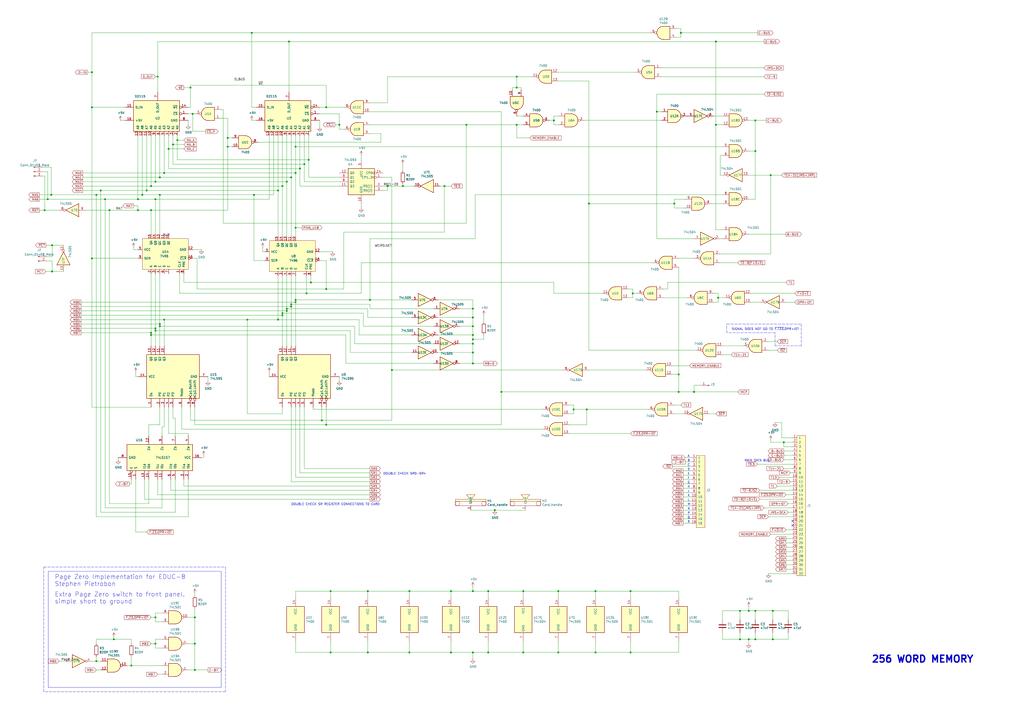
<source format=kicad_sch>
(kicad_sch (version 20230121) (generator eeschema)
  (paper "A2")
  (title_block (title "EDUC-8 256 WORD MEMORY") (date "2021-07-14") (rev "1") (company "Electronics Australia") (comment 1 "Designed by Jamieson Rowe") (comment 2 "Drawn by Gwyllym Suter"))
  (junction (at 85.09 110.49))
  (junction (at 274.32 179.07))
  (junction (at 274.32 199.39))
  (junction (at 415.29 72.39))
  (junction (at 166.37 179.07))
  (junction (at 58.42 110.49))
  (junction (at 87.63 193.04))
  (junction (at 55.88 383.54))
  (junction (at 171.45 173.99))
  (junction (at 102.87 81.28))
  (junction (at 189.23 246.38))
  (junction (at 168.91 176.53))
  (junction (at 345.44 378.46))
  (junction (at 189.23 167.64))
  (junction (at 176.53 95.25))
  (junction (at 448.31 354.33))
  (junction (at 233.68 107.95))
  (junction (at 189.23 62.23))
  (junction (at 429.26 354.33))
  (junction (at 393.7 227.33))
  (junction (at 391.16 118.11))
  (junction (at 97.79 86.36))
  (junction (at 92.71 189.23))
  (junction (at 438.15 370.84))
  (junction (at 171.45 175.26))
  (junction (at 30.226 142.24))
  (junction (at 161.29 110.49))
  (junction (at 163.83 181.61))
  (junction (at 90.17 191.77))
  (junction (at 76.2 386.08))
  (junction (at 95.25 185.42))
  (junction (at 287.02 295.91))
  (junction (at 63.5 121.92))
  (junction (at 393.7 217.17))
  (junction (at 90.17 115.57))
  (junction (at 438.15 87.63))
  (junction (at 82.55 113.03))
  (junction (at 261.62 378.46))
  (junction (at 274.32 196.85))
  (junction (at 87.63 194.31))
  (junction (at 90.17 105.41))
  (junction (at 161.29 185.42))
  (junction (at 25.908 121.92))
  (junction (at 274.32 189.23))
  (junction (at 66.04 370.84))
  (junction (at 274.32 194.31))
  (junction (at 290.83 227.33))
  (junction (at 416.56 172.72))
  (junction (at 163.83 182.88))
  (junction (at 303.53 342.9))
  (junction (at 434.34 354.33))
  (junction (at 168.91 177.8))
  (junction (at 80.01 121.92))
  (junction (at 191.77 378.46))
  (junction (at 367.03 170.18))
  (junction (at 143.51 185.42))
  (junction (at 274.32 204.47))
  (junction (at 92.71 102.87))
  (junction (at 95.25 100.33))
  (junction (at 274.32 210.82))
  (junction (at 257.81 107.95))
  (junction (at 274.32 378.46))
  (junction (at 167.64 24.13))
  (junction (at 274.32 184.15))
  (junction (at 283.21 378.46))
  (junction (at 340.36 237.49))
  (junction (at 146.05 19.05))
  (junction (at 100.33 83.82))
  (junction (at 87.63 107.95))
  (junction (at 111.76 66.04))
  (junction (at 147.32 113.03))
  (junction (at 186.69 243.84))
  (junction (at 171.45 132.08))
  (junction (at 299.72 72.39))
  (junction (at 345.44 342.9))
  (junction (at 299.72 44.45))
  (junction (at 447.04 101.6))
  (junction (at 191.77 342.9))
  (junction (at 53.34 149.86))
  (junction (at 113.03 388.62))
  (junction (at 237.49 342.9))
  (junction (at 227.33 214.63))
  (junction (at 237.49 378.46))
  (junction (at 434.34 370.84))
  (junction (at 415.29 24.13))
  (junction (at 163.83 107.95))
  (junction (at 365.76 378.46))
  (junction (at 168.91 102.87))
  (junction (at 323.85 378.46))
  (junction (at 90.17 190.5))
  (junction (at 224.79 107.95))
  (junction (at 92.71 187.96))
  (junction (at 454.66 256.54))
  (junction (at 92.71 113.03))
  (junction (at 166.37 180.34))
  (junction (at 274.32 342.9))
  (junction (at 283.21 342.9))
  (junction (at 90.17 373.38))
  (junction (at 402.59 227.33))
  (junction (at 448.31 370.84))
  (junction (at 381 64.77))
  (junction (at 438.15 354.33))
  (junction (at 30.226 157.48))
  (junction (at 171.45 85.09))
  (junction (at 270.51 72.39))
  (junction (at 166.37 105.41))
  (junction (at 27.686 115.57))
  (junction (at 55.88 113.03))
  (junction (at 214.63 173.99))
  (junction (at 53.34 62.23))
  (junction (at 323.85 342.9))
  (junction (at 365.76 342.9))
  (junction (at 113.03 358.14))
  (junction (at 80.01 115.57))
  (junction (at 438.15 69.85))
  (junction (at 429.26 370.84))
  (junction (at 394.97 19.05))
  (junction (at 180.34 163.83))
  (junction (at 261.62 342.9))
  (junction (at 173.99 97.79))
  (junction (at 196.85 72.39))
  (junction (at 321.31 69.85))
  (junction (at 132.08 80.01))
  (junction (at 53.34 41.91))
  (junction (at 341.63 118.11))
  (junction (at 213.36 378.46))
  (junction (at 213.36 342.9))
  (junction (at 303.53 378.46))
  (junction (at 91.44 44.45))
  (junction (at 132.08 85.09))
  (junction (at 29.718 113.03))
  (junction (at 177.8 170.18))
  (junction (at 179.07 92.71))
  (junction (at 110.49 50.8))
  (junction (at 171.45 100.33))
  (junction (at 87.63 121.92))
  (junction (at 332.74 237.49))
  (junction (at 90.17 358.14))
  (junction (at 299.72 50.8))
  (junction (at 113.03 373.38))
  (junction (at 60.96 115.57))
  (no_connect (at 459.74 304.8))
  (no_connect (at 97.79 135.89))
  (no_connect (at 95.25 135.89))
  (no_connect (at 459.74 302.26))
  (wire (pts (xy 383.54 44.45) (xy 443.23 44.45)))
  (wire (pts (xy 171.45 100.33) (xy 171.45 85.09)))
  (wire (pts (xy 173.99 107.95) (xy 196.85 107.95)))
  (wire (pts (xy 101.6 242.57) (xy 101.6 252.73)))
  (wire (pts (xy 233.68 99.06) (xy 233.68 95.25)))
  (wire (pts (xy 196.85 72.39) (xy 196.85 74.93)))
  (wire (pts (xy 280.67 194.31) (xy 280.67 196.85)))
  (wire (pts (xy 119.38 76.2) (xy 111.76 76.2)))
  (wire (pts (xy 171.45 173.99) (xy 171.45 175.26)))
  (wire (pts (xy 299.72 80.01) (xy 307.34 80.01)))
  (wire (pts (xy 110.49 50.8) (xy 110.49 49.53)))
  (wire (pts (xy 459.74 259.08) (xy 454.66 259.08)))
  (wire (pts (xy 156.21 115.57) (xy 156.21 78.74)))
  (wire (pts (xy 30.226 151.384) (xy 30.226 157.48)))
  (wire (pts (xy 113.03 358.14) (xy 113.03 373.38)))
  (wire (pts (xy 283.21 342.9) (xy 274.32 342.9)))
  (wire (pts (xy 110.49 62.23) (xy 110.49 50.8)))
  (wire (pts (xy 297.18 52.07) (xy 297.18 50.8)))
  (wire (pts (xy 274.32 342.9) (xy 261.62 342.9)))
  (wire (pts (xy 166.37 179.07) (xy 213.36 179.07)))
  (wire (pts (xy 297.18 50.8) (xy 299.72 50.8)))
  (wire (pts (xy 76.2 381) (xy 76.2 386.08)))
  (wire (pts (xy 438.15 115.57) (xy 434.34 115.57)))
  (wire (pts (xy 210.82 181.61) (xy 210.82 189.23)))
  (wire (pts (xy 171.45 236.22) (xy 171.45 276.86)))
  (wire (pts (xy 214.63 176.53) (xy 214.63 179.07)))
  (wire (pts (xy 95.25 185.42) (xy 46.99 185.42)))
  (wire (pts (xy 290.83 227.33) (xy 290.83 64.77)))
  (wire (pts (xy 394.97 21.59) (xy 394.97 19.05)))
  (wire (pts (xy 273.05 295.91) (xy 287.02 295.91)))
  (wire (pts (xy 87.63 194.31) (xy 87.63 200.66)))
  (wire (pts (xy 27.178 151.384) (xy 30.226 151.384)))
  (wire (pts (xy 303.53 372.11) (xy 303.53 378.46)))
  (wire (pts (xy 26.67 142.24) (xy 30.226 142.24)))
  (wire (pts (xy 55.88 388.62) (xy 58.42 388.62)))
  (wire (pts (xy 208.28 185.42) (xy 208.28 194.31)))
  (wire (pts (xy 261.62 378.46) (xy 274.32 378.46)))
  (wire (pts (xy 417.83 101.6) (xy 419.1 101.6)))
  (wire (pts (xy 171.45 132.08) (xy 171.45 137.16)))
  (wire (pts (xy 90.17 190.5) (xy 46.99 190.5)))
  (wire (pts (xy 147.32 151.13) (xy 147.32 113.03)))
  (wire (pts (xy 321.31 69.85) (xy 318.77 69.85)))
  (polyline (pts (xy 464.82 187.96) (xy 464.82 200.66)) (stroke (width 0) (type dash)))
  (wire (pts (xy 95.25 100.33) (xy 48.006 100.33)))
  (wire (pts (xy 168.91 236.22) (xy 168.91 279.4)))
  (wire (pts (xy 80.01 149.86) (xy 53.34 149.86)))
  (wire (pts (xy 95.25 236.22) (xy 95.25 247.65)))
  (wire (pts (xy 163.83 236.22) (xy 163.83 240.03)))
  (wire (pts (xy 429.26 354.33) (xy 434.34 354.33)))
  (wire (pts (xy 416.56 170.18) (xy 416.56 172.72)))
  (wire (pts (xy 92.71 187.96) (xy 46.99 187.96)))
  (wire (pts (xy 177.8 170.18) (xy 177.8 160.02)))
  (wire (pts (xy 457.2 354.33) (xy 457.2 359.41)))
  (wire (pts (xy 237.49 378.46) (xy 261.62 378.46)))
  (wire (pts (xy 143.51 185.42) (xy 161.29 185.42)))
  (wire (pts (xy 302.26 50.8) (xy 302.26 52.07)))
  (wire (pts (xy 85.09 78.74) (xy 85.09 110.49)))
  (wire (pts (xy 24.638 99.568) (xy 27.686 99.568)))
  (wire (pts (xy 171.45 85.09) (xy 419.1 85.09)))
  (wire (pts (xy 101.6 242.57) (xy 100.33 242.57)))
  (wire (pts (xy 213.36 346.71) (xy 213.36 342.9)))
  (wire (pts (xy 74.93 280.67) (xy 76.2 280.67)))
  (wire (pts (xy 78.74 218.44) (xy 80.01 218.44)))
  (wire (pts (xy 97.79 78.74) (xy 97.79 86.36)))
  (wire (pts (xy 440.69 284.48) (xy 459.74 284.48)))
  (wire (pts (xy 199.39 62.23) (xy 189.23 62.23)))
  (wire (pts (xy 171.45 132.08) (xy 175.26 132.08)))
  (wire (pts (xy 280.67 182.88) (xy 280.67 186.69)))
  (polyline (pts (xy 449.58 193.04) (xy 421.64 193.04)) (stroke (width 0) (type dash)))
  (wire (pts (xy 443.23 294.64) (xy 459.74 294.64)))
  (wire (pts (xy 448.31 359.41) (xy 448.31 354.33)))
  (wire (pts (xy 389.89 212.09) (xy 400.05 212.09)))
  (wire (pts (xy 341.63 118.11) (xy 341.63 203.2)))
  (wire (pts (xy 457.2 292.1) (xy 459.74 292.1)))
  (wire (pts (xy 24.638 102.108) (xy 25.908 102.108)))
  (wire (pts (xy 394.97 16.51) (xy 392.43 16.51)))
  (wire (pts (xy 173.99 97.79) (xy 173.99 78.74)))
  (wire (pts (xy 118.11 265.43) (xy 118.11 264.16)))
  (wire (pts (xy 109.22 66.04) (xy 111.76 66.04)))
  (wire (pts (xy 25.908 121.92) (xy 34.29 121.92)))
  (wire (pts (xy 161.29 185.42) (xy 161.29 160.02)))
  (wire (pts (xy 396.24 285.75) (xy 401.32 285.75)))
  (wire (pts (xy 171.45 173.99) (xy 214.63 173.99)))
  (wire (pts (xy 116.84 144.78) (xy 111.76 144.78)))
  (wire (pts (xy 176.53 271.78) (xy 214.63 271.78)))
  (polyline (pts (xy 464.82 200.66) (xy 449.58 200.66)) (stroke (width 0) (type dash)))
  (wire (pts (xy 78.74 278.13) (xy 78.74 308.61)))
  (wire (pts (xy 434.34 69.85) (xy 438.15 69.85)))
  (wire (pts (xy 90.17 358.14) (xy 87.63 358.14)))
  (wire (pts (xy 171.45 342.9) (xy 171.45 346.71)))
  (wire (pts (xy 270.51 72.39) (xy 270.51 129.54)))
  (wire (pts (xy 113.03 246.38) (xy 189.23 246.38)))
  (wire (pts (xy 161.29 110.49) (xy 161.29 137.16)))
  (wire (pts (xy 92.71 187.96) (xy 92.71 189.23)))
  (wire (pts (xy 58.42 110.49) (xy 58.42 297.18)))
  (wire (pts (xy 176.53 236.22) (xy 176.53 271.78)))
  (wire (pts (xy 185.42 69.85) (xy 185.42 73.66)))
  (wire (pts (xy 340.36 237.49) (xy 332.74 237.49)))
  (wire (pts (xy 454.66 264.16) (xy 459.74 264.16)))
  (wire (pts (xy 90.17 191.77) (xy 203.2 191.77)))
  (wire (pts (xy 402.59 227.33) (xy 427.99 227.33)))
  (wire (pts (xy 393.7 154.94) (xy 393.7 217.17)))
  (wire (pts (xy 339.09 69.85) (xy 383.54 69.85)))
  (wire (pts (xy 110.49 49.53) (xy 189.23 49.53)))
  (wire (pts (xy 34.29 383.54) (xy 38.1 383.54)))
  (wire (pts (xy 237.49 342.9) (xy 213.36 342.9)))
  (wire (pts (xy 166.37 105.41) (xy 166.37 137.16)))
  (wire (pts (xy 209.55 170.18) (xy 177.8 170.18)))
  (wire (pts (xy 274.32 184.15) (xy 274.32 189.23)))
  (wire (pts (xy 224.79 107.95) (xy 233.68 107.95)))
  (wire (pts (xy 90.17 115.57) (xy 156.21 115.57)))
  (wire (pts (xy 323.85 46.99) (xy 341.63 46.99)))
  (wire (pts (xy 274.32 210.82) (xy 280.67 210.82)))
  (wire (pts (xy 393.7 217.17) (xy 393.7 227.33)))
  (wire (pts (xy 237.49 372.11) (xy 237.49 378.46)))
  (wire (pts (xy 87.63 107.95) (xy 163.83 107.95)))
  (wire (pts (xy 90.17 190.5) (xy 90.17 191.77)))
  (wire (pts (xy 393.7 342.9) (xy 393.7 346.71)))
  (wire (pts (xy 109.22 252.73) (xy 109.22 251.46)))
  (wire (pts (xy 76.2 386.08) (xy 93.98 386.08)))
  (polyline (pts (xy 130.81 401.32) (xy 25.4 401.32)) (stroke (width 0) (type dash)))
  (wire (pts (xy 445.77 299.72) (xy 459.74 299.72)))
  (wire (pts (xy 171.45 160.02) (xy 171.45 173.99)))
  (wire (pts (xy 330.2 251.46) (xy 365.76 251.46)))
  (polyline (pts (xy 128.27 398.78) (xy 128.27 331.47)) (stroke (width 0) (type solid)))
  (wire (pts (xy 438.15 359.41) (xy 438.15 354.33)))
  (wire (pts (xy 186.69 236.22) (xy 186.69 243.84)))
  (wire (pts (xy 53.34 236.22) (xy 53.34 149.86)))
  (wire (pts (xy 419.1 200.66) (xy 430.53 200.66)))
  (wire (pts (xy 82.55 113.03) (xy 55.88 113.03)))
  (wire (pts (xy 415.29 72.39) (xy 415.29 24.13)))
  (wire (pts (xy 90.17 373.38) (xy 90.17 370.84)))
  (wire (pts (xy 92.71 246.38) (xy 86.36 246.38)))
  (wire (pts (xy 419.1 72.39) (xy 415.29 72.39)))
  (wire (pts (xy 364.49 167.64) (xy 367.03 167.64)))
  (wire (pts (xy 132.08 85.09) (xy 132.08 80.01)))
  (wire (pts (xy 196.85 74.93) (xy 199.39 74.93)))
  (wire (pts (xy 114.3 149.86) (xy 111.76 149.86)))
  (wire (pts (xy 27.686 115.57) (xy 60.96 115.57)))
  (wire (pts (xy 109.22 62.23) (xy 110.49 62.23)))
  (wire (pts (xy 419.1 90.17) (xy 417.83 90.17)))
  (wire (pts (xy 205.74 199.39) (xy 251.46 199.39)))
  (wire (pts (xy 113.03 344.17) (xy 113.03 345.44)))
  (wire (pts (xy 406.4 223.52) (xy 402.59 223.52)))
  (wire (pts (xy 383.54 64.77) (xy 381 64.77)))
  (wire (pts (xy 163.83 182.88) (xy 46.99 182.88)))
  (wire (pts (xy 189.23 246.38) (xy 189.23 236.22)))
  (wire (pts (xy 434.34 370.84) (xy 434.34 373.38)))
  (wire (pts (xy 161.29 110.49) (xy 161.29 78.74)))
  (wire (pts (xy 173.99 97.79) (xy 173.99 107.95)))
  (wire (pts (xy 381 64.77) (xy 381 54.61)))
  (wire (pts (xy 438.15 354.33) (xy 448.31 354.33)))
  (wire (pts (xy 76.2 373.38) (xy 76.2 370.84)))
  (wire (pts (xy 77.47 119.38) (xy 80.01 119.38)))
  (wire (pts (xy 419.1 359.41) (xy 419.1 354.33)))
  (wire (pts (xy 109.22 69.85) (xy 109.22 72.39)))
  (wire (pts (xy 222.25 107.95) (xy 224.79 107.95)))
  (wire (pts (xy 106.68 278.13) (xy 106.68 281.94)))
  (wire (pts (xy 22.86 115.57) (xy 27.686 115.57)))
  (wire (pts (xy 196.85 66.04) (xy 196.85 72.39)))
  (wire (pts (xy 191.77 378.46) (xy 213.36 378.46)))
  (wire (pts (xy 401.32 288.29) (xy 396.24 288.29)))
  (wire (pts (xy 99.06 284.48) (xy 214.63 284.48)))
  (wire (pts (xy 208.28 194.31) (xy 238.76 194.31)))
  (wire (pts (xy 420.37 172.72) (xy 416.56 172.72)))
  (wire (pts (xy 365.76 342.9) (xy 345.44 342.9)))
  (wire (pts (xy 76.2 280.67) (xy 76.2 278.13)))
  (wire (pts (xy 415.29 24.13) (xy 443.23 24.13)))
  (wire (pts (xy 69.85 69.85) (xy 72.39 69.85)))
  (wire (pts (xy 274.32 204.47) (xy 274.32 210.82)))
  (wire (pts (xy 447.04 147.32) (xy 447.04 101.6)))
  (wire (pts (xy 30.226 148.844) (xy 30.226 142.24)))
  (wire (pts (xy 90.17 375.92) (xy 90.17 373.38)))
  (wire (pts (xy 209.55 90.17) (xy 209.55 92.71)))
  (polyline (pts (xy 128.27 331.47) (xy 27.94 331.47)) (stroke (width 0) (type solid)))
  (wire (pts (xy 168.91 177.8) (xy 168.91 200.66)))
  (wire (pts (xy 95.25 100.33) (xy 171.45 100.33)))
  (wire (pts (xy 109.22 251.46) (xy 97.79 251.46)))
  (wire (pts (xy 275.59 113.03) (xy 275.59 138.43)))
  (wire (pts (xy 330.2 246.38) (xy 340.36 246.38)))
  (wire (pts (xy 299.72 44.45) (xy 299.72 50.8)))
  (wire (pts (xy 191.77 346.71) (xy 191.77 342.9)))
  (wire (pts (xy 449.58 245.11) (xy 453.39 245.11)))
  (wire (pts (xy 87.63 78.74) (xy 87.63 107.95)))
  (wire (pts (xy 205.74 189.23) (xy 205.74 199.39)))
  (wire (pts (xy 419.1 205.74) (xy 424.18 205.74)))
  (wire (pts (xy 80.01 115.57) (xy 90.17 115.57)))
  (wire (pts (xy 457.2 370.84) (xy 457.2 367.03)))
  (wire (pts (xy 417.83 138.43) (xy 419.1 138.43)))
  (wire (pts (xy 303.53 378.46) (xy 323.85 378.46)))
  (wire (pts (xy 203.2 191.77) (xy 203.2 204.47)))
  (wire (pts (xy 367.03 172.72) (xy 364.49 172.72)))
  (wire (pts (xy 87.63 193.04) (xy 46.99 193.04)))
  (wire (pts (xy 387.35 167.64) (xy 387.35 163.83)))
  (wire (pts (xy 134.62 80.01) (xy 132.08 80.01)))
  (wire (pts (xy 412.75 118.11) (xy 419.1 118.11)))
  (wire (pts (xy 290.83 64.77) (xy 214.63 64.77)))
  (wire (pts (xy 167.64 24.13) (xy 91.44 24.13)))
  (wire (pts (xy 435.61 175.26) (xy 440.69 175.26)))
  (wire (pts (xy 53.34 62.23) (xy 53.34 41.91)))
  (wire (pts (xy 95.25 200.66) (xy 95.25 185.42)))
  (wire (pts (xy 332.74 240.03) (xy 330.2 240.03)))
  (wire (pts (xy 29.718 113.03) (xy 55.88 113.03)))
  (wire (pts (xy 287.02 295.91) (xy 304.8 295.91)))
  (wire (pts (xy 102.87 92.71) (xy 179.07 92.71)))
  (wire (pts (xy 30.226 142.24) (xy 36.83 142.24)))
  (wire (pts (xy 274.32 340.36) (xy 274.32 342.9)))
  (wire (pts (xy 438.15 87.63) (xy 438.15 115.57)))
  (wire (pts (xy 152.4 146.05) (xy 153.67 146.05)))
  (wire (pts (xy 365.76 378.46) (xy 365.76 372.11)))
  (wire (pts (xy 166.37 179.07) (xy 166.37 180.34)))
  (wire (pts (xy 274.32 196.85) (xy 274.32 199.39)))
  (wire (pts (xy 396.24 280.67) (xy 401.32 280.67)))
  (wire (pts (xy 224.79 107.95) (xy 224.79 110.49)))
  (wire (pts (xy 396.24 273.05) (xy 401.32 273.05)))
  (wire (pts (xy 199.39 167.64) (xy 199.39 134.62)))
  (wire (pts (xy 27.178 148.844) (xy 30.226 148.844)))
  (wire (pts (xy 321.31 67.31) (xy 321.31 69.85)))
  (wire (pts (xy 171.45 378.46) (xy 191.77 378.46)))
  (wire (pts (xy 163.83 181.61) (xy 163.83 182.88)))
  (wire (pts (xy 193.04 146.05) (xy 185.42 146.05)))
  (wire (pts (xy 49.53 121.92) (xy 63.5 121.92)))
  (wire (pts (xy 106.68 281.94) (xy 214.63 281.94)))
  (wire (pts (xy 454.66 259.08) (xy 454.66 256.54)))
  (wire (pts (xy 367.03 170.18) (xy 367.03 172.72)))
  (wire (pts (xy 214.63 173.99) (xy 238.76 173.99)))
  (wire (pts (xy 283.21 378.46) (xy 303.53 378.46)))
  (wire (pts (xy 274.32 173.99) (xy 274.32 179.07)))
  (wire (pts (xy 97.79 86.36) (xy 97.79 97.79)))
  (wire (pts (xy 233.68 107.95) (xy 240.03 107.95)))
  (wire (pts (xy 415.29 133.35) (xy 419.1 133.35)))
  (wire (pts (xy 438.15 367.03) (xy 438.15 370.84)))
  (wire (pts (xy 274.32 378.46) (xy 283.21 378.46)))
  (wire (pts (xy 106.68 86.36) (xy 97.79 86.36)))
  (polyline (pts (xy 27.94 398.78) (xy 128.27 398.78)) (stroke (width 0) (type solid)))
  (wire (pts (xy 439.42 269.24) (xy 459.74 269.24)))
  (wire (pts (xy 261.62 372.11) (xy 261.62 378.46)))
  (wire (pts (xy 173.99 274.32) (xy 214.63 274.32)))
  (wire (pts (xy 396.24 240.03) (xy 391.16 240.03)))
  (wire (pts (xy 90.17 135.89) (xy 90.17 115.57)))
  (wire (pts (xy 224.79 44.45) (xy 224.79 59.69)))
  (wire (pts (xy 102.87 81.28) (xy 102.87 92.71)))
  (wire (pts (xy 100.33 83.82) (xy 100.33 95.25)))
  (wire (pts (xy 92.71 189.23) (xy 92.71 200.66)))
  (wire (pts (xy 66.04 370.84) (xy 66.04 369.57)))
  (wire (pts (xy 60.96 294.64) (xy 60.96 115.57)))
  (wire (pts (xy 77.47 143.51) (xy 77.47 144.78)))
  (wire (pts (xy 95.25 78.74) (xy 95.25 100.33)))
  (wire (pts (xy 303.53 72.39) (xy 299.72 72.39)))
  (wire (pts (xy 114.3 167.64) (xy 114.3 149.86)))
  (wire (pts (xy 97.79 97.79) (xy 173.99 97.79)))
  (wire (pts (xy 299.72 50.8) (xy 302.26 50.8)))
  (wire (pts (xy 452.12 276.86) (xy 459.74 276.86)))
  (wire (pts (xy 22.86 121.92) (xy 25.908 121.92)))
  (wire (pts (xy 454.66 256.54) (xy 447.04 256.54)))
  (wire (pts (xy 163.83 107.95) (xy 163.83 78.74)))
  (wire (pts (xy 53.34 19.05) (xy 146.05 19.05)))
  (wire (pts (xy 274.32 210.82) (xy 266.7 210.82)))
  (wire (pts (xy 152.4 143.51) (xy 152.4 146.05)))
  (wire (pts (xy 459.74 309.88) (xy 447.04 309.88)))
  (wire (pts (xy 111.76 76.2) (xy 111.76 66.04)))
  (wire (pts (xy 203.2 204.47) (xy 238.76 204.47)))
  (wire (pts (xy 97.79 251.46) (xy 97.79 236.22)))
  (wire (pts (xy 290.83 227.33) (xy 393.7 227.33)))
  (wire (pts (xy 447.04 101.6) (xy 453.39 101.6)))
  (wire (pts (xy 109.22 299.72) (xy 55.88 299.72)))
  (wire (pts (xy 455.93 175.26) (xy 461.01 175.26)))
  (wire (pts (xy 120.65 218.44) (xy 120.65 220.98)))
  (wire (pts (xy 299.72 72.39) (xy 299.72 80.01)))
  (wire (pts (xy 455.93 325.12) (xy 459.74 325.12)))
  (wire (pts (xy 92.71 113.03) (xy 92.71 135.89)))
  (wire (pts (xy 455.93 320.04) (xy 459.74 320.04)))
  (wire (pts (xy 100.33 242.57) (xy 100.33 236.22)))
  (wire (pts (xy 381 64.77) (xy 381 138.43)))
  (wire (pts (xy 280.67 196.85) (xy 274.32 196.85)))
  (wire (pts (xy 393.7 227.33) (xy 402.59 227.33)))
  (wire (pts (xy 222.25 102.87) (xy 227.33 102.87)))
  (wire (pts (xy 254 194.31) (xy 274.32 194.31)))
  (wire (pts (xy 53.34 149.86) (xy 53.34 62.23)))
  (wire (pts (xy 345.44 372.11) (xy 345.44 378.46)))
  (wire (pts (xy 434.34 354.33) (xy 438.15 354.33)))
  (wire (pts (xy 397.51 120.65) (xy 391.16 120.65)))
  (wire (pts (xy 365.76 346.71) (xy 365.76 342.9)))
  (wire (pts (xy 209.55 152.4) (xy 209.55 170.18)))
  (wire (pts (xy 168.91 177.8) (xy 46.99 177.8)))
  (wire (pts (xy 93.98 247.65) (xy 93.98 252.73)))
  (wire (pts (xy 158.75 113.03) (xy 158.75 78.74)))
  (wire (pts (xy 83.82 289.56) (xy 214.63 289.56)))
  (wire (pts (xy 90.17 355.6) (xy 93.98 355.6)))
  (wire (pts (xy 92.71 113.03) (xy 147.32 113.03)))
  (wire (pts (xy 91.44 278.13) (xy 91.44 287.02)))
  (wire (pts (xy 166.37 160.02) (xy 166.37 179.07)))
  (wire (pts (xy 50.8 41.91) (xy 53.34 41.91)))
  (wire (pts (xy 323.85 346.71) (xy 323.85 342.9)))
  (wire (pts (xy 417.83 90.17) (xy 417.83 101.6)))
  (wire (pts (xy 113.03 373.38) (xy 113.03 388.62)))
  (wire (pts (xy 186.69 243.84) (xy 227.33 243.84)))
  (wire (pts (xy 66.04 370.84) (xy 55.88 370.84)))
  (wire (pts (xy 214.63 77.47) (xy 220.98 77.47)))
  (wire (pts (xy 179.07 92.71) (xy 179.07 78.74)))
  (wire (pts (xy 163.83 160.02) (xy 163.83 181.61)))
  (wire (pts (xy 77.47 144.78) (xy 80.01 144.78)))
  (wire (pts (xy 429.26 370.84) (xy 434.34 370.84)))
  (wire (pts (xy 76.2 370.84) (xy 66.04 370.84)))
  (polyline (pts (xy 421.64 193.04) (xy 421.64 187.96)) (stroke (width 0) (type dash)))
  (wire (pts (xy 448.31 354.33) (xy 457.2 354.33)))
  (wire (pts (xy 397.51 265.43) (xy 401.32 265.43)))
  (wire (pts (xy 213.36 342.9) (xy 191.77 342.9)))
  (wire (pts (xy 254 184.15) (xy 274.32 184.15)))
  (wire (pts (xy 146.05 19.05) (xy 146.05 62.23)))
  (wire (pts (xy 161.29 185.42) (xy 208.28 185.42)))
  (wire (pts (xy 448.31 370.84) (xy 457.2 370.84)))
  (polyline (pts (xy 130.81 328.93) (xy 130.81 401.32)) (stroke (width 0) (type dash)))
  (wire (pts (xy 129.54 129.54) (xy 270.51 129.54)))
  (wire (pts (xy 457.2 297.18) (xy 459.74 297.18)))
  (wire (pts (xy 132.08 121.92) (xy 132.08 85.09)))
  (wire (pts (xy 455.93 327.66) (xy 459.74 327.66)))
  (wire (pts (xy 181.61 236.22) (xy 181.61 237.49)))
  (wire (pts (xy 80.01 78.74) (xy 80.01 115.57)))
  (wire (pts (xy 101.6 297.18) (xy 58.42 297.18)))
  (wire (pts (xy 189.23 246.38) (xy 290.83 246.38)))
  (wire (pts (xy 345.44 378.46) (xy 365.76 378.46)))
  (wire (pts (xy 168.91 102.87) (xy 168.91 137.16)))
  (wire (pts (xy 143.51 185.42) (xy 143.51 240.03)))
  (wire (pts (xy 163.83 182.88) (xy 163.83 200.66)))
  (wire (pts (xy 459.74 307.34) (xy 455.93 307.34)))
  (wire (pts (xy 27.686 99.568) (xy 27.686 115.57)))
  (wire (pts (xy 185.42 66.04) (xy 196.85 66.04)))
  (wire (pts (xy 87.63 107.95) (xy 48.006 107.95)))
  (wire (pts (xy 113.03 358.14) (xy 113.03 353.06)))
  (wire (pts (xy 214.63 179.07) (xy 251.46 179.07)))
  (wire (pts (xy 92.71 189.23) (xy 205.74 189.23)))
  (wire (pts (xy 186.69 243.84) (xy 110.49 243.84)))
  (wire (pts (xy 233.68 106.68) (xy 233.68 107.95)))
  (wire (pts (xy 86.36 292.1) (xy 63.5 292.1)))
  (wire (pts (xy 87.63 158.75) (xy 87.63 193.04)))
  (wire (pts (xy 129.54 63.5) (xy 129.54 129.54)))
  (wire (pts (xy 458.47 274.32) (xy 459.74 274.32)))
  (wire (pts (xy 227.33 214.63) (xy 227.33 243.84)))
  (wire (pts (xy 91.44 44.45) (xy 91.44 53.34)))
  (wire (pts (xy 90.17 78.74) (xy 90.17 105.41)))
  (wire (pts (xy 106.68 163.83) (xy 180.34 163.83)))
  (wire (pts (xy 447.04 256.54) (xy 447.04 255.27)))
  (wire (pts (xy 171.45 175.26) (xy 171.45 200.66)))
  (wire (pts (xy 166.37 180.34) (xy 46.99 180.34)))
  (wire (pts (xy 166.37 180.34) (xy 166.37 200.66)))
  (wire (pts (xy 113.03 236.22) (xy 113.03 246.38)))
  (wire (pts (xy 179.07 102.87) (xy 196.85 102.87)))
  (wire (pts (xy 290.83 246.38) (xy 290.83 227.33)))
  (wire (pts (xy 189.23 167.64) (xy 114.3 167.64)))
  (wire (pts (xy 447.04 147.32) (xy 417.83 147.32)))
  (wire (pts (xy 419.1 113.03) (xy 275.59 113.03)))
  (wire (pts (xy 274.32 179.07) (xy 274.32 184.15)))
  (wire (pts (xy 93.98 294.64) (xy 60.96 294.64)))
  (wire (pts (xy 171.45 85.09) (xy 171.45 78.74)))
  (wire (pts (xy 68.58 265.43) (xy 68.58 266.7)))
  (wire (pts (xy 415.29 72.39) (xy 415.29 133.35)))
  (wire (pts (xy 92.71 158.75) (xy 92.71 187.96)))
  (wire (pts (xy 87.63 135.89) (xy 87.63 121.92)))
  (wire (pts (xy 171.45 175.26) (xy 46.99 175.26)))
  (wire (pts (xy 419.1 370.84) (xy 429.26 370.84)))
  (wire (pts (xy 396.24 293.37) (xy 401.32 293.37)))
  (polyline (pts (xy 421.64 187.96) (xy 464.82 187.96)) (stroke (width 0) (type dash)))
  (wire (pts (xy 168.91 176.53) (xy 214.63 176.53)))
  (wire (pts (xy 323.85 41.91) (xy 368.3 41.91)))
  (wire (pts (xy 341.63 203.2) (xy 403.86 203.2)))
  (wire (pts (xy 365.76 342.9) (xy 393.7 342.9)))
  (wire (pts (xy 340.36 246.38) (xy 340.36 237.49)))
  (wire (pts (xy 429.26 367.03) (xy 429.26 370.84)))
  (wire (pts (xy 90.17 360.68) (xy 90.17 358.14)))
  (wire (pts (xy 227.33 214.63) (xy 326.39 214.63)))
  (wire (pts (xy 257.81 107.95) (xy 261.62 107.95)))
  (wire (pts (xy 397.51 115.57) (xy 391.16 115.57)))
  (wire (pts (xy 419.1 367.03) (xy 419.1 370.84)))
  (wire (pts (xy 78.74 308.61) (xy 85.09 308.61)))
  (wire (pts (xy 387.35 163.83) (xy 455.93 163.83)))
  (wire (pts (xy 214.63 138.43) (xy 214.63 173.99)))
  (wire (pts (xy 455.93 314.96) (xy 459.74 314.96)))
  (wire (pts (xy 171.45 276.86) (xy 214.63 276.86)))
  (wire (pts (xy 254 204.47) (xy 274.32 204.47)))
  (wire (pts (xy 438.15 87.63) (xy 438.15 69.85)))
  (wire (pts (xy 171.45 372.11) (xy 171.45 378.46)))
  (wire (pts (xy 132.08 68.58) (xy 128.27 68.58)))
  (wire (pts (xy 100.33 78.74) (xy 100.33 83.82)))
  (wire (pts (xy 459.74 256.54) (xy 454.66 256.54)))
  (wire (pts (xy 86.36 246.38) (xy 86.36 252.73)))
  (wire (pts (xy 394.97 19.05) (xy 394.97 16.51)))
  (wire (pts (xy 85.09 110.49) (xy 58.42 110.49)))
  (wire (pts (xy 345.44 342.9) (xy 323.85 342.9)))
  (wire (pts (xy 375.92 237.49) (xy 340.36 237.49)))
  (wire (pts (xy 445.77 198.12) (xy 450.85 198.12)))
  (wire (pts (xy 171.45 100.33) (xy 171.45 132.08)))
  (wire (pts (xy 453.39 245.11) (xy 453.39 254)))
  (wire (pts (xy 429.26 359.41) (xy 429.26 354.33)))
  (wire (pts (xy 90.17 191.77) (xy 90.17 200.66)))
  (wire (pts (xy 55.88 381) (xy 55.88 383.54)))
  (wire (pts (xy 95.25 185.42) (xy 143.51 185.42)))
  (wire (pts (xy 396.24 278.13) (xy 401.32 278.13)))
  (wire (pts (xy 185.42 151.13) (xy 189.23 151.13)))
  (wire (pts (xy 102.87 78.74) (xy 102.87 81.28)))
  (wire (pts (xy 106.68 50.8) (xy 110.49 50.8)))
  (wire (pts (xy 283.21 346.71) (xy 283.21 342.9)))
  (wire (pts (xy 396.24 300.99) (xy 401.32 300.99)))
  (wire (pts (xy 254 173.99) (xy 274.32 173.99)))
  (wire (pts (xy 22.86 113.03) (xy 29.718 113.03)))
  (wire (pts (xy 82.55 113.03) (xy 92.71 113.03)))
  (wire (pts (xy 396.24 295.91) (xy 401.32 295.91)))
  (wire (pts (xy 227.33 102.87) (xy 227.33 214.63)))
  (wire (pts (xy 92.71 78.74) (xy 92.71 102.87)))
  (wire (pts (xy 200.66 194.31) (xy 200.66 210.82)))
  (wire (pts (xy 434.34 135.89) (xy 455.93 135.89)))
  (wire (pts (xy 323.85 67.31) (xy 321.31 67.31)))
  (wire (pts (xy 345.44 346.71) (xy 345.44 342.9)))
  (wire (pts (xy 168.91 279.4) (xy 214.63 279.4)))
  (wire (pts (xy 321.31 69.85) (xy 321.31 72.39)))
  (wire (pts (xy 303.53 346.71) (xy 303.53 342.9)))
  (wire (pts (xy 147.32 113.03) (xy 158.75 113.03)))
  (wire (pts (xy 299.72 44.45) (xy 224.79 44.45)))
  (wire (pts (xy 257.81 134.62) (xy 257.81 107.95)))
  (wire (pts (xy 148.59 62.23) (xy 146.05 62.23)))
  (wire (pts (xy 106.68 158.75) (xy 106.68 163.83)))
  (wire (pts (xy 110.49 243.84) (xy 110.49 236.22)))
  (wire (pts (xy 80.01 119.38) (xy 80.01 121.92)))
  (wire (pts (xy 453.39 254) (xy 459.74 254)))
  (wire (pts (xy 168.91 160.02) (xy 168.91 176.53)))
  (wire (pts (xy 391.16 234.95) (xy 394.97 234.95)))
  (wire (pts (xy 163.83 107.95) (xy 163.83 137.16)))
  (wire (pts (xy 332.74 234.95) (xy 332.74 237.49)))
  (wire (pts (xy 389.89 270.51) (xy 401.32 270.51)))
  (wire (pts (xy 87.63 236.22) (xy 53.34 236.22)))
  (wire (pts (xy 323.85 372.11) (xy 323.85 378.46)))
  (wire (pts (xy 173.99 236.22) (xy 173.99 274.32)))
  (wire (pts (xy 80.01 115.57) (xy 60.96 115.57)))
  (wire (pts (xy 237.49 346.71) (xy 237.49 342.9)))
  (wire (pts (xy 163.83 240.03) (xy 143.51 240.03)))
  (wire (pts (xy 440.69 289.56) (xy 459.74 289.56)))
  (wire (pts (xy 299.72 67.31) (xy 303.53 67.31)))
  (wire (pts (xy 378.46 152.4) (xy 209.55 152.4)))
  (wire (pts (xy 459.74 332.74) (xy 445.77 332.74)))
  (wire (pts (xy 92.71 102.87) (xy 168.91 102.87)))
  (wire (pts (xy 156.21 215.9) (xy 156.21 218.44)))
  (wire (pts (xy 90.17 373.38) (xy 87.63 373.38)))
  (wire (pts (xy 396.24 290.83) (xy 401.32 290.83)))
  (wire (pts (xy 90.17 105.41) (xy 48.006 105.41)))
  (wire (pts (xy 87.63 121.92) (xy 132.08 121.92)))
  (wire (pts (xy 87.63 194.31) (xy 200.66 194.31)))
  (wire (pts (xy 134.62 85.09) (xy 132.08 85.09)))
  (wire (pts (xy 180.34 163.83) (xy 321.31 163.83)))
  (wire (pts (xy 109.22 373.38) (xy 113.03 373.38)))
  (wire (pts (xy 381 54.61) (xy 443.23 54.61)))
  (wire (pts (xy 90.17 358.14) (xy 90.17 355.6)))
  (polyline (pts (xy 25.4 401.32) (xy 25.4 328.93)) (stroke (width 0) (type dash)))
  (wire (pts (xy 391.16 118.11) (xy 341.63 118.11)))
  (wire (pts (xy 30.226 157.48) (xy 36.83 157.48)))
  (wire (pts (xy 266.7 199.39) (xy 274.32 199.39)))
  (wire (pts (xy 153.67 151.13) (xy 147.32 151.13)))
  (wire (pts (xy 105.41 236.22) (xy 105.41 248.92)))
  (wire (pts (xy 176.53 95.25) (xy 176.53 78.74)))
  (wire (pts (xy 274.32 199.39) (xy 274.32 204.47)))
  (wire (pts (xy 458.47 279.4) (xy 459.74 279.4)))
  (wire (pts (xy 434.34 87.63) (xy 438.15 87.63)))
  (wire (pts (xy 191.77 342.9) (xy 171.45 342.9)))
  (wire (pts (xy 63.5 121.92) (xy 80.01 121.92)))
  (wire (pts (xy 417.83 152.4) (xy 427.99 152.4)))
  (wire (pts (xy 82.55 78.74) (xy 82.55 113.03)))
  (wire (pts (xy 275.59 138.43) (xy 214.63 138.43)))
  (wire (pts (xy 323.85 342.9) (xy 303.53 342.9)))
  (wire (pts (xy 450.85 203.2) (xy 445.77 203.2)))
  (wire (pts (xy 90.17 158.75) (xy 90.17 190.5)))
  (wire (pts (xy 213.36 184.15) (xy 238.76 184.15)))
  (wire (pts (xy 168.91 176.53) (xy 168.91 177.8)))
  (wire (pts (xy 448.31 367.03) (xy 448.31 370.84)))
  (wire (pts (xy 93.98 391.16) (xy 91.44 391.16)))
  (wire (pts (xy 454.66 261.62) (xy 459.74 261.62)))
  (wire (pts (xy 222.25 110.49) (xy 224.79 110.49)))
  (wire (pts (xy 100.33 95.25) (xy 176.53 95.25)))
  (wire (pts (xy 332.74 237.49) (xy 332.74 240.03)))
  (wire (pts (xy 391.16 115.57) (xy 391.16 118.11)))
  (wire (pts (xy 389.89 217.17) (xy 393.7 217.17)))
  (wire (pts (xy 438.15 370.84) (xy 448.31 370.84)))
  (wire (pts (xy 274.32 194.31) (xy 274.32 196.85)))
  (wire (pts (xy 63.5 292.1) (xy 63.5 121.92)))
  (wire (pts (xy 176.53 105.41) (xy 196.85 105.41)))
  (wire (pts (xy 455.93 312.42) (xy 459.74 312.42)))
  (wire (pts (xy 396.24 283.21) (xy 401.32 283.21)))
  (wire (pts (xy 377.19 19.05) (xy 146.05 19.05)))
  (wire (pts (xy 393.7 149.86) (xy 402.59 149.86)))
  (wire (pts (xy 419.1 354.33) (xy 429.26 354.33)))
  (wire (pts (xy 149.86 82.55) (xy 220.98 82.55)))
  (wire (pts (xy 308.61 44.45) (xy 299.72 44.45)))
  (wire (pts (xy 330.2 234.95) (xy 332.74 234.95)))
  (wire (pts (xy 80.01 121.92) (xy 87.63 121.92)))
  (wire (pts (xy 414.02 170.18) (xy 416.56 170.18)))
  (wire (pts (xy 391.16 118.11) (xy 391.16 120.65)))
  (wire (pts (xy 283.21 372.11) (xy 283.21 378.46)))
  (wire (pts (xy 214.63 72.39) (xy 270.51 72.39)))
  (wire (pts (xy 168.91 102.87) (xy 168.91 78.74)))
  (wire (pts (xy 90.17 370.84) (xy 93.98 370.84)))
  (wire (pts (xy 55.88 299.72) (xy 55.88 113.03)))
  (wire (pts (xy 303.53 342.9) (xy 283.21 342.9)))
  (wire (pts (xy 224.79 59.69) (xy 214.63 59.69)))
  (wire (pts (xy 365.76 378.46) (xy 393.7 378.46)))
  (wire (pts (xy 321.31 170.18) (xy 349.25 170.18)))
  (wire (pts (xy 116.84 265.43) (xy 118.11 265.43)))
  (wire (pts (xy 105.41 248.92) (xy 314.96 248.92)))
  (wire (pts (xy 101.6 278.13) (xy 101.6 297.18)))
  (wire (pts (xy 93.98 375.92) (xy 90.17 375.92)))
  (wire (pts (xy 25.908 102.108) (xy 25.908 121.92)))
  (wire (pts (xy 321.31 72.39) (xy 323.85 72.39)))
  (wire (pts (xy 92.71 236.22) (xy 92.71 246.38)))
  (wire (pts (xy 113.03 388.62) (xy 109.22 388.62)))
  (wire (pts (xy 191.77 372.11) (xy 191.77 378.46)))
  (wire (pts (xy 181.61 237.49) (xy 314.96 237.49)))
  (wire (pts (xy 95.25 247.65) (xy 93.98 247.65)))
  (wire (pts (xy 177.8 170.18) (xy 104.14 170.18)))
  (wire (pts (xy 396.24 275.59) (xy 401.32 275.59)))
  (wire (pts (xy 189.23 151.13) (xy 189.23 167.64)))
  (wire (pts (xy 434.34 101.6) (xy 447.04 101.6)))
  (wire (pts (xy 176.53 95.25) (xy 176.53 105.41)))
  (wire (pts (xy 394.97 19.05) (xy 439.42 19.05)))
  (wire (pts (xy 53.34 62.23) (xy 72.39 62.23)))
  (wire (pts (xy 189.23 167.64) (xy 199.39 167.64)))
  (wire (pts (xy 434.34 370.84) (xy 438.15 370.84)))
  (wire (pts (xy 113.03 388.62) (xy 120.65 388.62)))
  (wire (pts (xy 381 138.43) (xy 402.59 138.43)))
  (wire (pts (xy 53.34 41.91) (xy 53.34 19.05)))
  (wire (pts (xy 180.34 163.83) (xy 180.34 160.02)))
  (wire (pts (xy 261.62 342.9) (xy 237.49 342.9)))
  (wire (pts (xy 396.24 298.45) (xy 401.32 298.45)))
  (wire (pts (xy 274.32 189.23) (xy 274.32 194.31)))
  (wire (pts (xy 323.85 378.46) (xy 345.44 378.46)))
  (wire (pts (xy 104.14 170.18) (xy 104.14 158.75)))
  (wire (pts (xy 392.43 21.59) (xy 394.97 21.59)))
  (wire (pts (xy 213.36 179.07) (xy 213.36 184.15)))
  (wire (pts (xy 55.88 370.84) (xy 55.88 373.38)))
  (wire (pts (xy 402.59 223.52) (xy 402.59 227.33)))
  (wire (pts (xy 90.17 44.45) (xy 91.44 44.45)))
  (wire (pts (xy 213.36 378.46) (xy 237.49 378.46)))
  (wire (pts (xy 270.51 72.39) (xy 299.72 72.39)))
  (wire (pts (xy 189.23 62.23) (xy 189.23 49.53)))
  (wire (pts (xy 213.36 372.11) (xy 213.36 378.46)))
  (wire (pts (xy 369.57 170.18) (xy 367.03 170.18)))
  (wire (pts (xy 132.08 80.01) (xy 132.08 68.58)))
  (wire (pts (xy 438.15 69.85) (xy 444.5 69.85)))
  (wire (pts (xy 416.56 175.26) (xy 414.02 175.26)))
  (wire (pts (xy 26.67 157.48) (xy 30.226 157.48)))
  (wire (pts (xy 455.93 317.5) (xy 459.74 317.5)))
  (wire (pts (xy 58.42 110.49) (xy 48.006 110.49)))
  (wire (pts (xy 90.17 105.41) (xy 166.37 105.41)))
  (wire (pts (xy 109.22 358.14) (xy 113.03 358.14)))
  (wire (pts (xy 261.62 346.71) (xy 261.62 342.9)))
  (wire (pts (xy 398.78 172.72) (xy 384.81 172.72)))
  (wire (pts (xy 128.27 63.5) (xy 129.54 63.5)))
  (wire (pts (xy 435.61 170.18) (xy 461.01 170.18)))
  (wire (pts (xy 266.7 179.07) (xy 274.32 179.07)))
  (wire (pts (xy 85.09 110.49) (xy 161.29 110.49)))
  (wire (pts (xy 454.66 271.78) (xy 459.74 271.78)))
  (wire (pts (xy 146.05 69.85) (xy 148.59 69.85)))
  (wire (pts (xy 91.44 24.13) (xy 91.44 44.45)))
  (wire (pts (xy 416.56 172.72) (xy 416.56 175.26)))
  (wire (pts (xy 111.76 66.04) (xy 113.03 66.04)))
  (wire (pts (xy 383.54 39.37) (xy 443.23 39.37)))
  (wire (pts (xy 220.98 77.47) (xy 220.98 82.55)))
  (wire (pts (xy 194.31 72.39) (xy 196.85 72.39)))
  (wire (pts (xy 93.98 360.68) (xy 90.17 360.68)))
  (polyline (pts (xy 449.58 200.66) (xy 449.58 193.04)) (stroke (width 0) (type dash)))
  (wire (pts (xy 24.638 97.028) (xy 29.718 97.028)))
  (wire (pts (xy 167.64 53.34) (xy 167.64 24.13)))
  (wire (pts (xy 199.39 134.62) (xy 257.81 134.62)))
  (wire (pts (xy 87.63 193.04) (xy 87.63 194.31)))
  (wire (pts (xy 209.55 118.11) (xy 209.55 120.65)))
  (wire (pts (xy 109.22 278.13) (xy 109.22 299.72)))
  (wire (pts (xy 78.74 215.9) (xy 78.74 218.44)))
  (wire (pts (xy 106.68 81.28) (xy 102.87 81.28)))
  (wire (pts (xy 459.74 266.7) (xy 454.66 266.7)))
  (wire (pts (xy 459.74 287.02) (xy 455.93 287.02)))
  (wire (pts (xy 393.7 378.46) (xy 393.7 372.11)))
  (wire (pts (xy 91.44 287.02) (xy 214.63 287.02)))
  (wire (pts (xy 419.1 67.31) (xy 414.02 67.31)))
  (wire (pts (xy 86.36 278.13) (xy 86.36 292.1)))
  (wire (pts (xy 83.82 278.13) (xy 83.82 289.56)))
  (wire (pts (xy 274.32 378.46) (xy 274.32 382.27)))
  (wire (pts (xy 196.85 218.44) (xy 196.85 220.98)))
  (wire (pts (xy 179.07 92.71) (xy 179.07 102.87)))
  (wire (pts (xy 93.98 278.13) (xy 93.98 294.64)))
  (wire (pts (xy 411.48 240.03) (xy 415.29 240.03)))
  (wire (pts (xy 185.42 62.23) (xy 189.23 62.23)))
  (wire (pts (xy 266.7 189.23) (xy 274.32 189.23)))
  (wire (pts (xy 397.51 267.97) (xy 401.32 267.97)))
  (wire (pts (xy 99.06 278.13) (xy 99.06 284.48)))
  (wire (pts (xy 434.34 354.33) (xy 434.34 351.79)))
  (wire (pts (xy 455.93 330.2) (xy 459.74 330.2)))
  (wire (pts (xy 384.81 167.64) (xy 387.35 167.64)))
  (wire (pts (xy 341.63 214.63) (xy 374.65 214.63)))
  (wire (pts (xy 367.03 167.64) (xy 367.03 170.18)))
  (wire (pts (xy 166.37 105.41) (xy 166.37 78.74)))
  (wire (pts (xy 455.93 322.58) (xy 459.74 322.58)))
  (wire (pts (xy 55.88 383.54) (xy 58.42 383.54)))
  (wire (pts (xy 321.31 163.83) (xy 321.31 170.18)))
  (wire (pts (xy 73.66 386.08) (xy 76.2 386.08)))
  (wire (pts (xy 92.71 102.87) (xy 48.006 102.87)))
  (wire (pts (xy 106.68 83.82) (xy 100.33 83.82)))
  (polyline (pts (xy 25.4 328.93) (xy 130.81 328.93)) (stroke (width 0) (type dash)))
  (wire (pts (xy 53.34 383.54) (xy 55.88 383.54)))
  (wire (pts (xy 396.24 303.53) (xy 401.32 303.53)))
  (polyline (pts (xy 27.94 331.47) (xy 27.94 398.78)) (stroke (width 0) (type solid)))
  (wire (pts (xy 255.27 107.95) (xy 257.81 107.95)))
  (wire (pts (xy 163.83 181.61) (xy 210.82 181.61)))
  (wire (pts (xy 167.64 24.13) (xy 415.29 24.13)))
  (wire (pts (xy 210.82 189.23) (xy 251.46 189.23)))
  (wire (pts (xy 450.85 281.94) (xy 459.74 281.94)))
  (wire (pts (xy 200.66 210.82) (xy 251.46 210.82)))
  (wire (pts (xy 29.718 97.028) (xy 29.718 113.03)))
  (wire (pts (xy 341.63 46.99) (xy 341.63 118.11)))
  (text "A" (at 398.78 265.43 0) (effects (font (size 1.27 1.27)) (justify left bottom)))
  (text "B" (at 398.78 267.97 0) (effects (font (size 1.27 1.27)) (justify left bottom)))
  (text "DOUBLE CHECK SR REGISTER CONNECTIONS TO CARD" (at 168.91 293.37 0) (effects (font (size 1.27 1.27)) (justify left bottom)))
  (text "SIGNAL DOES NOT GO TO ~{F.T23.}OPR+IOT\n" (at 463.55 191.77 0) (effects (font (size 1.27 1.27)) (justify right bottom)))
  (text "Q" (at 398.78 300.99 0) (effects (font (size 1.27 1.27)) (justify left bottom)))
  (text "E" (at 398.78 275.59 0) (effects (font (size 1.27 1.27)) (justify left bottom)))
  (text "256 WORD MEMORY" (at 505.46 384.81 0) (effects (font (size 3.9878 3.9878) (thickness 0.7976) bold) (justify left bottom)))
  (text "R" (at 398.78 303.53 0) (effects (font (size 1.27 1.27)) (justify left bottom)))
  (text "M" (at 398.78 293.37 0) (effects (font (size 1.27 1.27)) (justify left bottom)))
  (text "F" (at 398.78 278.13 0) (effects (font (size 1.27 1.27)) (justify left bottom)))
  (text "DOUBLE CHECK SR0-SR4" (at 222.25 275.59 0) (effects (font (size 1.27 1.27)) (justify left bottom)))
  (text "MAIN DATA BUS" (at 431.8 267.97 0) (effects (font (size 1.27 1.27)) (justify left bottom)))
  (text "Extra Page Zero switch to front panel. \nsimple short to ground" (at 31.75 350.52 0) (effects (font (size 2.54 2.54)) (justify left bottom)))
  (text "G" (at 398.78 280.67 0) (effects (font (size 1.27 1.27)) (justify left bottom)))
  (text "D" (at 398.78 273.05 0) (effects (font (size 1.27 1.27)) (justify left bottom)))
  (text "Page Zero Implementation for EDUC-8\nStephen Pietrobon" (at 31.75 340.36 0) (effects (font (size 2.54 2.54)) (justify left bottom)))
  (text "H" (at 398.78 283.21 0) (effects (font (size 1.27 1.27)) (justify left bottom)))
  (text "J" (at 398.78 285.75 0) (effects (font (size 1.27 1.27)) (justify left bottom)))
  (text "C" (at 398.78 270.51 0) (effects (font (size 1.27 1.27)) (justify left bottom)))
  (text "L" (at 398.78 290.83 0) (effects (font (size 1.27 1.27)) (justify left bottom)))
  (text "P" (at 398.78 298.45 0) (effects (font (size 1.27 1.27)) (justify left bottom)))
  (text "K" (at 398.78 288.29 0) (effects (font (size 1.27 1.27)) (justify left bottom)))
  (text "N" (at 398.78 295.91 0) (effects (font (size 1.27 1.27)) (justify left bottom)))
  (label "R0(1-20" (at 231.14 107.95 180))
  (label "WEIRD.NET" (at 227.33 143.51 180))
  (label "Page Zero" (at 35.56 383.54 0))
  (label "~{WE}" (at 149.86 49.53 0))
  (label "MA7" (at 71.12 121.92 180))
  (label "D_BUS" (at 135.89 46.99 0))
  (global_label "~{T14-21(JMS+JMP})" (shape input) (at 443.23 294.64 180) (property "Intersheetrefs" "${INTERSHEET_REFS}" (effects hide)))
  (global_label "~{ISZ}" (shape output) (at 389.89 270.51 180) (property "Intersheetrefs" "${INTERSHEET_REFS}" (effects hide)))
  (global_label "SR4" (shape output) (at 214.63 284.48 0) (property "Intersheetrefs" "${INTERSHEET_REFS}" (effects hide)))
  (global_label "~{T0.5}" (shape input) (at 439.42 269.24 180) (property "Intersheetrefs" "${INTERSHEET_REFS}" (effects hide)))
  (global_label "MEMORY_ENABLE" (shape input) (at 400.05 212.09 0) (property "Intersheetrefs" "${INTERSHEET_REFS}" (effects hide)))
  (global_label "MB4" (shape output) (at 46.99 185.42 180) (property "Intersheetrefs" "${INTERSHEET_REFS}" (effects hide)))
  (global_label "~{F+D+E}" (shape input) (at 461.01 170.18 0) (property "Intersheetrefs" "${INTERSHEET_REFS}" (effects hide)))
  (global_label "MA5" (shape output) (at 22.86 113.03 180) (property "Intersheetrefs" "${INTERSHEET_REFS}" (effects hide)))
  (global_label "MA0" (shape output) (at 48.006 100.33 180) (property "Intersheetrefs" "${INTERSHEET_REFS}" (effects hide)))
  (global_label "OPR+IOT" (shape input) (at 461.01 175.26 0) (property "Intersheetrefs" "${INTERSHEET_REFS}" (effects hide)))
  (global_label "~{T2-9.ISZ}" (shape input) (at 440.69 284.48 180) (property "Intersheetrefs" "${INTERSHEET_REFS}" (effects hide)))
  (global_label "MEMORY_ENABLE" (shape input) (at 307.34 80.01 0) (property "Intersheetrefs" "${INTERSHEET_REFS}" (effects hide)))
  (global_label "~{T0.5}" (shape input) (at 261.62 107.95 0) (property "Intersheetrefs" "${INTERSHEET_REFS}" (effects hide)))
  (global_label "SR5" (shape output) (at 214.63 281.94 0) (property "Intersheetrefs" "${INTERSHEET_REFS}" (effects hide)))
  (global_label "~{DEP}" (shape input) (at 445.77 299.72 180) (property "Intersheetrefs" "${INTERSHEET_REFS}" (effects hide)))
  (global_label "Z-BIT" (shape output) (at 397.51 267.97 180) (property "Intersheetrefs" "${INTERSHEET_REFS}" (effects hide)))
  (global_label "~{ISZ}" (shape input) (at 450.85 203.2 0) (property "Intersheetrefs" "${INTERSHEET_REFS}" (effects hide)))
  (global_label "OPR+IOT" (shape input) (at 457.2 292.1 180) (property "Intersheetrefs" "${INTERSHEET_REFS}" (effects hide)))
  (global_label "SR3" (shape output) (at 455.93 320.04 180) (property "Intersheetrefs" "${INTERSHEET_REFS}" (effects hide)))
  (global_label "SR4" (shape output) (at 455.93 322.58 180) (property "Intersheetrefs" "${INTERSHEET_REFS}" (effects hide)))
  (global_label "~{T2-9(F+D+E})" (shape input) (at 440.69 289.56 180) (property "Intersheetrefs" "${INTERSHEET_REFS}" (effects hide)))
  (global_label "~{F.23.OPR+IOT}" (shape input) (at 365.76 251.46 0) (property "Intersheetrefs" "${INTERSHEET_REFS}" (effects hide)))
  (global_label "D-BUS" (shape output) (at 443.23 24.13 0) (property "Intersheetrefs" "${INTERSHEET_REFS}" (effects hide)))
  (global_label "SR7" (shape output) (at 214.63 289.56 0) (property "Intersheetrefs" "${INTERSHEET_REFS}" (effects hide)))
  (global_label "MB2" (shape output) (at 396.24 290.83 180) (property "Intersheetrefs" "${INTERSHEET_REFS}" (effects hide)))
  (global_label "D-BUS" (shape input) (at 454.66 266.7 180) (property "Intersheetrefs" "${INTERSHEET_REFS}" (effects hide)))
  (global_label "MB5" (shape output) (at 396.24 298.45 180) (property "Intersheetrefs" "${INTERSHEET_REFS}" (effects hide)))
  (global_label "~{DEP}" (shape input) (at 415.29 240.03 0) (property "Intersheetrefs" "${INTERSHEET_REFS}" (effects hide)))
  (global_label "MA1" (shape output) (at 48.006 102.87 180) (property "Intersheetrefs" "${INTERSHEET_REFS}" (effects hide)))
  (global_label "MB4" (shape output) (at 396.24 295.91 180) (property "Intersheetrefs" "${INTERSHEET_REFS}" (effects hide)))
  (global_label "SR6" (shape output) (at 455.93 327.66 180) (property "Intersheetrefs" "${INTERSHEET_REFS}" (effects hide)))
  (global_label "T14-21" (shape input) (at 424.18 205.74 0) (property "Intersheetrefs" "${INTERSHEET_REFS}" (effects hide)))
  (global_label "MB4" (shape input) (at 55.88 388.62 180) (property "Intersheetrefs" "${INTERSHEET_REFS}" (effects hide)))
  (global_label "JMS+DCA" (shape input) (at 443.23 39.37 0) (property "Intersheetrefs" "${INTERSHEET_REFS}" (effects hide)))
  (global_label "T13" (shape input) (at 452.12 276.86 180) (property "Intersheetrefs" "${INTERSHEET_REFS}" (effects hide)))
  (global_label "SR2" (shape output) (at 214.63 276.86 0) (property "Intersheetrefs" "${INTERSHEET_REFS}" (effects hide)))
  (global_label "SR2" (shape output) (at 455.93 317.5 180) (property "Intersheetrefs" "${INTERSHEET_REFS}" (effects hide)))
  (global_label "D_OUT" (shape input) (at 90.17 44.45 180) (property "Intersheetrefs" "${INTERSHEET_REFS}" (effects hide)))
  (global_label "MB=0" (shape output) (at 280.67 210.82 0) (property "Intersheetrefs" "${INTERSHEET_REFS}" (effects hide)))
  (global_label "SR1" (shape output) (at 214.63 274.32 0) (property "Intersheetrefs" "${INTERSHEET_REFS}" (effects hide)))
  (global_label "MB3" (shape output) (at 396.24 293.37 180) (property "Intersheetrefs" "${INTERSHEET_REFS}" (effects hide)))
  (global_label "MA_B" (shape input) (at 106.68 83.82 0) (property "Intersheetrefs" "${INTERSHEET_REFS}" (effects hide)))
  (global_label "MA_A" (shape input) (at 106.68 81.28 0) (property "Intersheetrefs" "${INTERSHEET_REFS}" (effects hide)))
  (global_label "PC7" (shape input) (at 26.67 157.48 180) (property "Intersheetrefs" "${INTERSHEET_REFS}" (effects hide)))
  (global_label "MA3" (shape output) (at 48.006 107.95 180) (property "Intersheetrefs" "${INTERSHEET_REFS}" (effects hide)))
  (global_label "MB7" (shape input) (at 91.44 391.16 180) (property "Intersheetrefs" "${INTERSHEET_REFS}" (effects hide)))
  (global_label "T1" (shape input) (at 455.93 163.83 0) (property "Intersheetrefs" "${INTERSHEET_REFS}" (effects hide)))
  (global_label "SR7" (shape output) (at 455.93 330.2 180) (property "Intersheetrefs" "${INTERSHEET_REFS}" (effects hide)))
  (global_label "B-BUS" (shape output) (at 455.93 135.89 0) (property "Intersheetrefs" "${INTERSHEET_REFS}" (effects hide)))
  (global_label "MA3" (shape output) (at 396.24 280.67 180) (property "Intersheetrefs" "${INTERSHEET_REFS}" (effects hide)))
  (global_label "MB=0" (shape input) (at 397.51 265.43 180) (property "Intersheetrefs" "${INTERSHEET_REFS}" (effects hide)))
  (global_label "MA2" (shape output) (at 396.24 278.13 180) (property "Intersheetrefs" "${INTERSHEET_REFS}" (effects hide)))
  (global_label "~{F.23.OPR+IOT}" (shape input) (at 85.09 308.61 0) (property "Intersheetrefs" "${INTERSHEET_REFS}" (effects hide)))
  (global_label "~{T2-9(F+D+E})" (shape input) (at 427.99 152.4 0) (property "Intersheetrefs" "${INTERSHEET_REFS}" (effects hide)))
  (global_label "MB5" (shape input) (at 34.29 383.54 180) (property "Intersheetrefs" "${INTERSHEET_REFS}" (effects hide)))
  (global_label "MB5" (shape output) (at 46.99 187.96 180) (property "Intersheetrefs" "${INTERSHEET_REFS}" (effects hide)))
  (global_label "~{T14-21(JMS+JMP})" (shape input) (at 453.39 101.6 0) (property "Intersheetrefs" "${INTERSHEET_REFS}" (effects hide)))
  (global_label "MA_C" (shape input) (at 106.68 86.36 0) (property "Intersheetrefs" "${INTERSHEET_REFS}" (effects hide)))
  (global_label "~{F.23.OPR+IOT}" (shape input) (at 455.93 287.02 180) (property "Intersheetrefs" "${INTERSHEET_REFS}" (effects hide)))
  (global_label "SR6" (shape output) (at 214.63 287.02 0) (property "Intersheetrefs" "${INTERSHEET_REFS}" (effects hide)))
  (global_label "SR3" (shape output) (at 214.63 279.4 0) (property "Intersheetrefs" "${INTERSHEET_REFS}" (effects hide)))
  (global_label "~{MA7}" (shape output) (at 22.86 121.92 180) (property "Intersheetrefs" "${INTERSHEET_REFS}" (effects hide)))
  (global_label "T13" (shape input) (at 394.97 234.95 0) (property "Intersheetrefs" "${INTERSHEET_REFS}" (effects hide)))
  (global_label "MA1" (shape output) (at 396.24 275.59 180) (property "Intersheetrefs" "${INTERSHEET_REFS}" (effects hide)))
  (global_label "~{DEP}" (shape input) (at 450.85 198.12 0) (property "Intersheetrefs" "${INTERSHEET_REFS}" (effects hide)))
  (global_label "MB1" (shape output) (at 396.24 288.29 180) (property "Intersheetrefs" "${INTERSHEET_REFS}" (effects hide)))
  (global_label "MA6" (shape output) (at 22.86 115.57 180) (property "Intersheetrefs" "${INTERSHEET_REFS}" (effects hide)))
  (global_label "PIN5_U18" (shape output) (at 175.26 132.08 0) (property "Intersheetrefs" "${INTERSHEET_REFS}" (effects hide)))
  (global_label "~{CS_H}" (shape output) (at 119.38 76.2 0) (property "Intersheetrefs" "${INTERSHEET_REFS}" (effects hide)))
  (global_label "SR1" (shape output) (at 455.93 314.96 180) (property "Intersheetrefs" "${INTERSHEET_REFS}" (effects hide)))
  (global_label "MB0" (shape output) (at 396.24 285.75 180) (property "Intersheetrefs" "${INTERSHEET_REFS}" (effects hide)))
  (global_label "SR5" (shape output) (at 455.93 325.12 180) (property "Intersheetrefs" "${INTERSHEET_REFS}" (effects hide)))
  (global_label "T1" (shape input) (at 450.85 281.94 180) (property "Intersheetrefs" "${INTERSHEET_REFS}" (effects hide)))
  (global_label "SR0" (shape output) (at 455.93 312.42 180) (property "Intersheetrefs" "${INTERSHEET_REFS}" (effects hide)))
  (global_label "MCP" (shape input) (at 427.99 227.33 0) (property "Intersheetrefs" "${INTERSHEET_REFS}" (effects hide)))
  (global_label "T2-9" (shape input) (at 443.23 44.45 0) (property "Intersheetrefs" "${INTERSHEET_REFS}" (effects hide)))
  (global_label "~{WE}" (shape output) (at 106.68 50.8 180) (property "Intersheetrefs" "${INTERSHEET_REFS}" (effects hide)))
  (global_label "~{F.23.OPR+IOT}" (shape input) (at 87.63 358.14 180) (property "Intersheetrefs" "${INTERSHEET_REFS}" (effects hide)))
  (global_label "MB6" (shape output) (at 46.99 190.5 180) (property "Intersheetrefs" "${INTERSHEET_REFS}" (effects hide)))
  (global_label "JMS+DCA" (shape input) (at 457.2 297.18 180) (property "Intersheetrefs" "${INTERSHEET_REFS}" (effects hide)))
  (global_label "MCP" (shape input) (at 458.47 274.32 180) (property "Intersheetrefs" "${INTERSHEET_REFS}" (effects hide)))
  (global_label "~{PC7}" (shape output) (at 26.67 142.24 180) (property "Intersheetrefs" "${INTERSHEET_REFS}" (effects hide)))
  (global_label "MB3" (shape output) (at 46.99 182.88 180) (property "Intersheetrefs" "${INTERSHEET_REFS}" (effects hide)))
  (global_label "MB7" (shape output) (at 396.24 303.53 180) (property "Intersheetrefs" "${INTERSHEET_REFS}" (effects hide)))
  (global_label "MB3" (shape input) (at 87.63 373.38 180) (property "Intersheetrefs" "${INTERSHEET_REFS}" (effects hide)))
  (global_label "MA4" (shape output) (at 396.24 283.21 180) (property "Intersheetrefs" "${INTERSHEET_REFS}" (effects hide)))
  (global_label "MEMORY_ENABLE" (shape input) (at 447.04 309.88 180) (property "Intersheetrefs" "${INTERSHEET_REFS}" (effects hide)))
  (global_label "D-IN" (shape output) (at 50.8 41.91 180) (property "Intersheetrefs" "${INTERSHEET_REFS}" (effects hide)))
  (global_label "B-BUS" (shape output) (at 454.66 261.62 180) (property "Intersheetrefs" "${INTERSHEET_REFS}" (effects hide)))
  (global_label "C-BUS" (shape output) (at 444.5 69.85 0) (property "Intersheetrefs" "${INTERSHEET_REFS}" (effects hide)))
  (global_label "~{T2-9.ISZ}" (shape input) (at 443.23 54.61 0) (property "Intersheetrefs" "${INTERSHEET_REFS}" (effects hide)))
  (global_label "T14-21" (shape input) (at 454.66 271.78 180) (property "Intersheetrefs" "${INTERSHEET_REFS}" (effects hide)))
  (global_label "T2-9" (shape input) (at 458.47 279.4 180) (property "Intersheetrefs" "${INTERSHEET_REFS}" (effects hide)))
  (global_label "Z-BIT" (shape output) (at 74.93 280.67 180) (property "Intersheetrefs" "${INTERSHEET_REFS}" (effects hide)))
  (global_label "MA2" (shape output) (at 48.006 105.41 180) (property "Intersheetrefs" "${INTERSHEET_REFS}" (effects hide)))
  (global_label "C-BUS" (shape output) (at 454.66 264.16 180) (property "Intersheetrefs" "${INTERSHEET_REFS}" (effects hide)))
  (global_label "MB6" (shape output) (at 396.24 300.99 180) (property "Intersheetrefs" "${INTERSHEET_REFS}" (effects hide)))
  (global_label "~{F+D+E}" (shape input) (at 455.93 307.34 180) (property "Intersheetrefs" "${INTERSHEET_REFS}" (effects hide)))
  (global_label "MA7" (shape output) (at 77.47 119.38 180) (property "Intersheetrefs" "${INTERSHEET_REFS}" (effects hide)))
  (global_label "MA4" (shape output) (at 48.006 110.49 180) (property "Intersheetrefs" "${INTERSHEET_REFS}" (effects hide)))
  (global_label "C-BUS" (shape output) (at 439.42 19.05 0) (property "Intersheetrefs" "${INTERSHEET_REFS}" (effects hide)))
  (global_label "MB7" (shape output) (at 46.99 193.04 180) (property "Intersheetrefs" "${INTERSHEET_REFS}" (effects hide)))
  (global_label "MB2" (shape output) (at 46.99 180.34 180) (property "Intersheetrefs" "${INTERSHEET_REFS}" (effects hide)))
  (global_label "MB0" (shape output) (at 46.99 175.26 180) (property "Intersheetrefs" "${INTERSHEET_REFS}" (effects hide)))
  (global_label "~{CS_L}" (shape output) (at 194.31 72.39 180) (property "Intersheetrefs" "${INTERSHEET_REFS}" (effects hide)))
  (global_label "Z-BIT" (shape output) (at 120.65 388.62 0) (property "Intersheetrefs" "${INTERSHEET_REFS}" (effects hide)))
  (global_label "SR0" (shape output) (at 214.63 271.78 0) (property "Intersheetrefs" "${INTERSHEET_REFS}" (effects hide)))
  (global_label "MB1" (shape output) (at 46.99 177.8 180) (property "Intersheetrefs" "${INTERSHEET_REFS}" (effects hide)))
  (global_label "MA0" (shape output) (at 396.24 273.05 180) (property "Intersheetrefs" "${INTERSHEET_REFS}" (effects hide)))
  (symbol (lib_id "256-word-memory-rescue:Card_handle-EDUC-8") (at 273.05 289.56 0) (unit 1)
    (property "Reference" "H1" (at 282.6512 290.4998 0) (effects (justify left)))
    (property "Value" "Card_handle" (at 282.6512 292.8112 0) (effects (justify left)))
    (property "Footprint" "EDUC-8:Card_handle" (effects hide))
  )
  (symbol (lib_id "256-word-memory-rescue:Card_handle-EDUC-8") (at 304.8 289.56 0) (unit 1)
    (property "Reference" "H2" (at 314.4012 290.4998 0) (effects (justify left)))
    (property "Value" "Card_handle" (at 314.4012 292.8112 0) (effects (justify left)))
    (property "Footprint" "EDUC-8:Card_handle" (effects hide))
  )
  (symbol (lib_id "power:GND") (at 287.02 295.91 0) (unit 1)
    (property "Reference" "#PWR0128" (effects hide))
    (property "Value" "GND" (at 287.147 300.3042 0))
  )
  (symbol (lib_id "256-word-memory-rescue:16-way-pcb-edge-Educ-8-connectors-EDUC-8") (at 403.86 287.02 0) (unit 1)
    (property "Reference" "J2" (at 409.6512 284.353 0) (effects (justify left)))
    (property "Value" "16-way-pcb-edge-Educ-8-connectors" (effects hide))
    (property "Footprint" "Connector_PCBEdge:PCB_16pin" (effects hide))
  )
  (symbol (lib_id "256-word-memory-rescue:32-way-pcb-edge-Educ-8-connectors-EDUC-8") (at 462.28 298.45 0) (unit 1)
    (property "Reference" "J1" (at 468.0712 293.243 0) (effects (justify left)))
    (property "Value" "32-way-pcb-edge-Educ-8-connectors" (effects hide))
    (property "Footprint" "Connector_PCBEdge:PCB_32pin" (effects hide))
  )
  (symbol (lib_id "256-word-memory-rescue:D2115-Memory_RAM") (at 91.44 67.31 90) (unit 1)
    (property "Reference" "U2" (at 91.44 68.58 90))
    (property "Value" "D2115" (at 81.28 55.88 90))
    (property "Footprint" "Package_DIP:DIP-16_W7.62mm" (effects hide))
  )
  (symbol (lib_id "256-word-memory-rescue:D2115-Memory_RAM") (at 167.64 67.31 90) (unit 1)
    (property "Reference" "U3" (at 167.64 68.58 90))
    (property "Value" "D2115" (at 157.48 55.88 90))
    (property "Footprint" "Package_DIP:DIP-16_W7.62mm" (effects hide))
  )
  (symbol (lib_id "256-word-memory-rescue:7496-74xx") (at 96.52 147.32 90) (unit 1)
    (property "Reference" "U14" (at 93.98 146.05 90) (effects (justify right)))
    (property "Value" "7496" (at 92.71 148.59 90) (effects (justify right)))
    (property "Footprint" "Package_DIP:DIP-16_W7.62mm" (effects hide))
  )
  (symbol (lib_id "256-word-memory-rescue:7496-74xx") (at 170.18 148.59 90) (unit 1)
    (property "Reference" "U8" (at 168.91 148.59 90) (effects (justify right)))
    (property "Value" "7496" (at 167.64 151.13 90) (effects (justify right)))
    (property "Footprint" "Package_DIP:DIP-16_W7.62mm" (effects hide))
  )
  (symbol (lib_id "74xx:7400") (at 207.01 62.23 0) (mirror y) (unit 3)
    (property "Reference" "U11" (at 207.01 62.23 0))
    (property "Value" "7400" (at 207.01 67.9704 0))
    (property "Footprint" "Package_DIP:DIP-14_W7.62mm" (effects hide))
    (property "Datasheet" "http://www.ti.com/lit/gpn/sn7400" (effects hide))
  )
  (symbol (lib_id "74xx:7400") (at 120.65 66.04 180) (unit 1)
    (property "Reference" "U1" (at 120.65 66.04 0))
    (property "Value" "7400" (at 120.65 60.2996 0))
    (property "Footprint" "Package_DIP:DIP-14_W7.62mm" (effects hide))
    (property "Datasheet" "http://www.ti.com/lit/gpn/sn7400" (effects hide))
  )
  (symbol (lib_id "74xx:7400") (at 207.01 74.93 0) (mirror y) (unit 2)
    (property "Reference" "U1" (at 207.01 74.93 0))
    (property "Value" "7400" (at 207.01 80.6704 0))
    (property "Footprint" "Package_DIP:DIP-14_W7.62mm" (effects hide))
    (property "Datasheet" "http://www.ti.com/lit/gpn/sn7400" (effects hide))
  )
  (symbol (lib_id "power:GND") (at 185.42 73.66 0) (unit 1)
    (property "Reference" "#PWR0101" (effects hide))
    (property "Value" "GND" (at 185.547 78.0542 0))
  )
  (symbol (lib_id "power:GND") (at 109.22 72.39 0) (unit 1)
    (property "Reference" "#PWR0102" (effects hide))
    (property "Value" "GND" (at 109.347 76.7842 0))
  )
  (symbol (lib_id "power:+5V") (at 146.05 69.85 0) (unit 1)
    (property "Reference" "#PWR0103" (effects hide))
    (property "Value" "+5V" (at 146.431 65.4558 0))
  )
  (symbol (lib_id "power:+5V") (at 69.85 69.85 0) (unit 1)
    (property "Reference" "#PWR0104" (effects hide))
    (property "Value" "+5V" (at 70.231 65.4558 0))
  )
  (symbol (lib_id "74xx:74LS93") (at 209.55 105.41 0) (mirror y) (unit 1)
    (property "Reference" "U4" (at 203.2 95.25 0))
    (property "Value" "74LS93" (at 203.2 92.71 0))
    (property "Footprint" "Package_DIP:DIP-14_W7.62mm" (effects hide))
    (property "Datasheet" "http://www.ti.com/lit/gpn/sn74LS93" (effects hide))
  )
  (symbol (lib_id "power:GND") (at 209.55 120.65 0) (unit 1)
    (property "Reference" "#PWR0105" (effects hide))
    (property "Value" "GND" (at 209.677 125.0442 0))
  )
  (symbol (lib_id "power:+5V") (at 209.55 90.17 0) (unit 1)
    (property "Reference" "#PWR0106" (effects hide))
    (property "Value" "+5V" (at 209.931 85.7758 0))
  )
  (symbol (lib_id "Device:R") (at 233.68 102.87 0) (unit 1)
    (property "Reference" "R1" (at 235.458 101.7016 0) (effects (justify left)))
    (property "Value" "820R" (at 235.458 104.013 0) (effects (justify left)))
    (property "Footprint" "Resistor_THT:R_Axial_DIN0207_L6.3mm_D2.5mm_P10.16mm_Horizontal" (effects hide))
  )
  (symbol (lib_id "power:+5V") (at 233.68 95.25 0) (unit 1)
    (property "Reference" "#PWR0107" (effects hide))
    (property "Value" "+5V" (at 234.061 90.8558 0))
  )
  (symbol (lib_id "74xx:74LS05") (at 41.91 121.92 180) (unit 4)
    (property "Reference" "U7" (at 43.18 121.92 0))
    (property "Value" "74LS05" (at 38.1 118.11 0))
    (property "Footprint" "Package_DIP:DIP-14_W7.62mm" (effects hide))
    (property "Datasheet" "http://www.ti.com/lit/gpn/sn74LS05" (effects hide))
  )
  (symbol (lib_id "74xx:74LS05") (at 247.65 107.95 180) (unit 5)
    (property "Reference" "U7" (at 247.65 99.8982 0))
    (property "Value" "74LS05" (at 247.65 102.2096 0))
    (property "Footprint" "Package_DIP:DIP-14_W7.62mm" (effects hide))
    (property "Datasheet" "http://www.ti.com/lit/gpn/sn74LS05" (effects hide))
  )
  (symbol (lib_id "74xx:7400") (at 142.24 82.55 0) (unit 3)
    (property "Reference" "U1" (at 142.24 82.55 0))
    (property "Value" "7400" (at 142.24 88.2904 0))
    (property "Footprint" "Package_DIP:DIP-14_W7.62mm" (effects hide))
    (property "Datasheet" "http://www.ti.com/lit/gpn/sn7400" (effects hide))
  )
  (symbol (lib_id "74xx:74LS95") (at 100.33 218.44 90) (unit 1)
    (property "Reference" "U15" (at 121.7676 217.2716 90) (effects (justify right)))
    (property "Value" "74LS95" (at 121.7676 219.583 90) (effects (justify right)))
    (property "Footprint" "Package_DIP:DIP-14_W7.62mm" (effects hide))
    (property "Datasheet" "http://www.ti.com/lit/gpn/sn74LS95" (effects hide))
  )
  (symbol (lib_id "74xx:74LS95") (at 176.53 218.44 90) (unit 1)
    (property "Reference" "U9" (at 197.9676 217.2716 90) (effects (justify right)))
    (property "Value" "74LS95" (at 197.9676 219.583 90) (effects (justify right)))
    (property "Footprint" "Package_DIP:DIP-14_W7.62mm" (effects hide))
    (property "Datasheet" "http://www.ti.com/lit/gpn/sn74LS95" (effects hide))
  )
  (symbol (lib_id "power:+5V") (at 152.4 143.51 0) (unit 1)
    (property "Reference" "#PWR0108" (effects hide))
    (property "Value" "+5V" (at 152.781 139.1158 0))
  )
  (symbol (lib_id "power:+5V") (at 77.47 143.51 0) (unit 1)
    (property "Reference" "#PWR0109" (effects hide))
    (property "Value" "+5V" (at 77.851 139.1158 0))
  )
  (symbol (lib_id "power:GND") (at 193.04 146.05 0) (unit 1)
    (property "Reference" "#PWR0110" (effects hide))
    (property "Value" "GND" (at 193.167 150.4442 0))
  )
  (symbol (lib_id "power:GND") (at 116.84 144.78 0) (unit 1)
    (property "Reference" "#PWR0111" (effects hide))
    (property "Value" "GND" (at 116.967 149.1742 0))
  )
  (symbol (lib_id "74xx:74LS157") (at 93.98 265.43 270) (mirror x) (unit 1)
    (property "Reference" "U16" (at 78.74 255.27 90) (effects (justify left)))
    (property "Value" "74LS157" (at 90.17 265.43 90) (effects (justify left)))
    (property "Footprint" "Package_DIP:DIP-16_W7.62mm" (effects hide))
    (property "Datasheet" "http://www.ti.com/lit/gpn/sn74LS157" (effects hide))
  )
  (symbol (lib_id "74xx:74LS05") (at 259.08 189.23 0) (unit 2)
    (property "Reference" "U13" (at 257.81 189.23 0))
    (property "Value" "74LS05" (at 265.43 186.69 0))
    (property "Footprint" "Package_DIP:DIP-14_W7.62mm" (effects hide))
    (property "Datasheet" "http://www.ti.com/lit/gpn/sn74LS05" (effects hide))
  )
  (symbol (lib_id "74xx:74LS05") (at 246.38 173.99 0) (unit 3)
    (property "Reference" "U7" (at 245.11 173.99 0))
    (property "Value" "74LS05" (at 234.95 172.72 0))
    (property "Footprint" "Package_DIP:DIP-14_W7.62mm" (effects hide))
    (property "Datasheet" "http://www.ti.com/lit/gpn/sn74LS05" (effects hide))
  )
  (symbol (lib_id "74xx:74LS05") (at 259.08 179.07 0) (unit 1)
    (property "Reference" "U7" (at 257.81 179.07 0))
    (property "Value" "74LS05" (at 265.43 176.53 0))
    (property "Footprint" "Package_DIP:DIP-14_W7.62mm" (effects hide))
    (property "Datasheet" "http://www.ti.com/lit/gpn/sn74LS05" (effects hide))
  )
  (symbol (lib_id "74xx:74LS05") (at 246.38 184.15 0) (unit 3)
    (property "Reference" "U13" (at 245.11 184.15 0))
    (property "Value" "74LS05" (at 236.22 181.61 0))
    (property "Footprint" "Package_DIP:DIP-14_W7.62mm" (effects hide))
    (property "Datasheet" "http://www.ti.com/lit/gpn/sn74LS05" (effects hide))
  )
  (symbol (lib_id "74xx:74LS05") (at 246.38 194.31 0) (unit 1)
    (property "Reference" "U13" (at 245.11 194.31 0))
    (property "Value" "74LS05" (at 236.22 191.77 0))
    (property "Footprint" "Package_DIP:DIP-14_W7.62mm" (effects hide))
    (property "Datasheet" "http://www.ti.com/lit/gpn/sn74LS05" (effects hide))
  )
  (symbol (lib_id "74xx:74LS05") (at 259.08 199.39 0) (unit 6)
    (property "Reference" "U13" (at 257.81 199.39 0))
    (property "Value" "74LS05" (at 259.08 193.6496 0))
    (property "Footprint" "Package_DIP:DIP-14_W7.62mm" (effects hide))
    (property "Datasheet" "http://www.ti.com/lit/gpn/sn74LS05" (effects hide))
  )
  (symbol (lib_id "74xx:74LS05") (at 246.38 204.47 0) (unit 5)
    (property "Reference" "U13" (at 245.11 204.47 0))
    (property "Value" "74LS05" (at 246.38 198.7296 0))
    (property "Footprint" "Package_DIP:DIP-14_W7.62mm" (effects hide))
    (property "Datasheet" "http://www.ti.com/lit/gpn/sn74LS05" (effects hide))
  )
  (symbol (lib_id "74xx:74LS05") (at 259.08 210.82 0) (unit 4)
    (property "Reference" "U13" (at 257.81 210.82 0))
    (property "Value" "74LS05" (at 259.08 205.0796 0))
    (property "Footprint" "Package_DIP:DIP-14_W7.62mm" (effects hide))
    (property "Datasheet" "http://www.ti.com/lit/gpn/sn74LS05" (effects hide))
  )
  (symbol (lib_id "74xx:74LS05") (at 45.72 383.54 0) (unit 2)
    (property "Reference" "U7" (at 44.45 383.54 0))
    (property "Value" "74LS05" (at 35.56 379.73 0))
    (property "Footprint" "Package_DIP:DIP-14_W7.62mm" (effects hide))
    (property "Datasheet" "http://www.ti.com/lit/gpn/sn74LS05" (effects hide))
  )
  (symbol (lib_id "Device:R") (at 280.67 190.5 0) (unit 1)
    (property "Reference" "R2" (at 282.448 189.3316 0) (effects (justify left)))
    (property "Value" "820R" (at 282.448 191.643 0) (effects (justify left)))
    (property "Footprint" "Resistor_THT:R_Axial_DIN0207_L6.3mm_D2.5mm_P10.16mm_Horizontal" (effects hide))
  )
  (symbol (lib_id "power:+5V") (at 280.67 182.88 0) (unit 1)
    (property "Reference" "#PWR0112" (effects hide))
    (property "Value" "+5V" (at 281.051 178.4858 0))
  )
  (symbol (lib_id "74xx:74LS01") (at 101.6 388.62 0) (mirror x) (unit 1)
    (property "Reference" "U19" (at 101.6 380.5682 0))
    (property "Value" "74LS01" (at 101.6 382.8796 0))
    (property "Footprint" "Package_DIP:DIP-14_W7.62mm" (effects hide))
    (property "Datasheet" "http://www.nteinc.com/specs/7400to7499/pdf/nte74LS01.pdf" (effects hide))
  )
  (symbol (lib_id "74xx:74LS01") (at 101.6 373.38 0) (unit 2)
    (property "Reference" "U19" (at 101.6 365.125 0))
    (property "Value" "74LS01" (at 101.6 367.4364 0))
    (property "Footprint" "Package_DIP:DIP-14_W7.62mm" (effects hide))
    (property "Datasheet" "http://www.nteinc.com/specs/7400to7499/pdf/nte74LS01.pdf" (effects hide))
  )
  (symbol (lib_id "74xx:74LS01") (at 101.6 358.14 0) (unit 3)
    (property "Reference" "U19" (at 101.6 349.885 0))
    (property "Value" "74LS01" (at 101.6 352.1964 0))
    (property "Footprint" "Package_DIP:DIP-14_W7.62mm" (effects hide))
    (property "Datasheet" "http://www.nteinc.com/specs/7400to7499/pdf/nte74LS01.pdf" (effects hide))
  )
  (symbol (lib_id "74xx:74LS01") (at 66.04 386.08 0) (unit 4)
    (property "Reference" "U19" (at 66.04 377.825 0))
    (property "Value" "74LS01" (at 66.04 380.1364 0))
    (property "Footprint" "Package_DIP:DIP-14_W7.62mm" (effects hide))
    (property "Datasheet" "http://www.nteinc.com/specs/7400to7499/pdf/nte74LS01.pdf" (effects hide))
  )
  (symbol (lib_id "Device:R") (at 113.03 349.25 0) (unit 1)
    (property "Reference" "R5" (at 114.808 348.0816 0) (effects (justify left)))
    (property "Value" "820R" (at 114.808 350.393 0) (effects (justify left)))
    (property "Footprint" "Resistor_THT:R_Axial_DIN0207_L6.3mm_D2.5mm_P10.16mm_Horizontal" (effects hide))
  )
  (symbol (lib_id "Device:R") (at 55.88 377.19 0) (unit 1)
    (property "Reference" "R3" (at 57.658 376.0216 0) (effects (justify left)))
    (property "Value" "820R" (at 57.658 378.333 0) (effects (justify left)))
    (property "Footprint" "Resistor_THT:R_Axial_DIN0207_L6.3mm_D2.5mm_P10.16mm_Horizontal" (effects hide))
  )
  (symbol (lib_id "Device:R") (at 76.2 377.19 0) (unit 1)
    (property "Reference" "R4" (at 77.978 376.0216 0) (effects (justify left)))
    (property "Value" "820R" (at 77.978 378.333 0) (effects (justify left)))
    (property "Footprint" "Resistor_THT:R_Axial_DIN0207_L6.3mm_D2.5mm_P10.16mm_Horizontal" (effects hide))
  )
  (symbol (lib_id "power:+5V") (at 78.74 215.9 0) (unit 1)
    (property "Reference" "#PWR0113" (effects hide))
    (property "Value" "+5V" (at 79.121 211.5058 0))
  )
  (symbol (lib_id "power:+5V") (at 118.11 264.16 0) (unit 1)
    (property "Reference" "#PWR0114" (effects hide))
    (property "Value" "+5V" (at 118.491 259.7658 0))
  )
  (symbol (lib_id "power:+5V") (at 113.03 344.17 0) (unit 1)
    (property "Reference" "#PWR0115" (effects hide))
    (property "Value" "+5V" (at 113.411 339.7758 0))
  )
  (symbol (lib_id "power:+5V") (at 66.04 369.57 0) (unit 1)
    (property "Reference" "#PWR0116" (effects hide))
    (property "Value" "+5V" (at 66.421 365.1758 0))
  )
  (symbol (lib_id "power:GND") (at 120.65 220.98 0) (unit 1)
    (property "Reference" "#PWR0117" (effects hide))
    (property "Value" "GND" (at 120.777 225.3742 0))
  )
  (symbol (lib_id "power:GND") (at 196.85 220.98 0) (unit 1)
    (property "Reference" "#PWR0118" (effects hide))
    (property "Value" "GND" (at 196.977 225.3742 0))
  )
  (symbol (lib_id "power:+5V") (at 156.21 215.9 0) (unit 1)
    (property "Reference" "#PWR0119" (effects hide))
    (property "Value" "+5V" (at 156.591 211.5058 0))
  )
  (symbol (lib_id "power:GND") (at 68.58 266.7 0) (unit 1)
    (property "Reference" "#PWR0120" (effects hide))
    (property "Value" "GND" (at 68.707 271.0942 0))
  )
  (symbol (lib_id "power:GND") (at 445.77 332.74 0) (unit 1)
    (property "Reference" "#PWR0121" (effects hide))
    (property "Value" "GND" (at 445.897 337.1342 0))
  )
  (symbol (lib_id "power:GND") (at 449.58 245.11 0) (unit 1)
    (property "Reference" "#PWR0122" (effects hide))
    (property "Value" "GND" (at 449.707 249.5042 0))
  )
  (symbol (lib_id "power:+5V") (at 447.04 255.27 0) (unit 1)
    (property "Reference" "#PWR0123" (effects hide))
    (property "Value" "+5V" (at 447.421 250.8758 0))
  )
  (symbol (lib_id "74xx:7400") (at 384.81 19.05 180) (unit 2)
    (property "Reference" "U12" (at 384.81 10.9982 0))
    (property "Value" "7400" (at 384.81 13.3096 0))
    (property "Footprint" "Package_DIP:DIP-14_W7.62mm" (effects hide))
    (property "Datasheet" "http://www.ti.com/lit/gpn/sn7400" (effects hide))
  )
  (symbol (lib_id "74xx:74LS01") (at 426.72 87.63 0) (unit 2)
    (property "Reference" "U18" (at 426.72 87.63 0))
    (property "Value" "74LS01" (at 426.72 81.6864 0))
    (property "Footprint" "Package_DIP:DIP-14_W7.62mm" (effects hide))
    (property "Datasheet" "http://www.nteinc.com/specs/7400to7499/pdf/nte74LS01.pdf" (effects hide))
  )
  (symbol (lib_id "74xx:74LS01") (at 426.72 115.57 0) (unit 3)
    (property "Reference" "U18" (at 426.72 115.57 0))
    (property "Value" "74LS01" (at 426.72 109.6264 0))
    (property "Datasheet" "http://www.nteinc.com/specs/7400to7499/pdf/nte74LS01.pdf" (effects hide))
  )
  (symbol (lib_id "74xx:74LS01") (at 426.72 135.89 0) (mirror x) (unit 1)
    (property "Reference" "U18" (at 425.45 135.89 0))
    (property "Value" "74LS01" (at 436.88 132.08 0))
    (property "Footprint" "Package_DIP:DIP-14_W7.62mm" (effects hide))
    (property "Datasheet" "http://www.nteinc.com/specs/7400to7499/pdf/nte74LS01.pdf" (effects hide))
  )
  (symbol (lib_id "74xx:74LS01") (at 426.72 69.85 0) (unit 4)
    (property "Reference" "U18" (at 426.72 69.85 0))
    (property "Value" "74LS01" (at 426.72 63.9064 0))
    (property "Footprint" "Package_DIP:DIP-14_W7.62mm" (effects hide))
    (property "Datasheet" "http://www.nteinc.com/specs/7400to7499/pdf/nte74LS01.pdf" (effects hide))
  )
  (symbol (lib_id "74xx:74LS04") (at 406.4 67.31 0) (unit 3)
    (property "Reference" "U17" (at 405.13 67.31 0))
    (property "Value" "74LS04" (at 410.21 63.5 0))
    (property "Footprint" "Package_DIP:DIP-14_W7.62mm" (effects hide))
    (property "Datasheet" "http://www.ti.com/lit/gpn/sn74LS04" (effects hide))
  )
  (symbol (lib_id "74xx:74LS04") (at 426.72 101.6 180) (unit 6)
    (property "Reference" "U17" (at 427.99 101.6 0))
    (property "Value" "74LS04" (at 421.64 97.79 0))
    (property "Footprint" "Package_DIP:DIP-14_W7.62mm" (effects hide))
    (property "Datasheet" "http://www.ti.com/lit/gpn/sn74LS04" (effects hide))
  )
  (symbol (lib_id "74xx:74LS04") (at 410.21 138.43 0) (unit 1)
    (property "Reference" "U17" (at 408.94 138.43 0))
    (property "Value" "74LS04" (at 400.05 134.62 0))
    (property "Footprint" "Package_DIP:DIP-14_W7.62mm" (effects hide))
    (property "Datasheet" "http://www.ti.com/lit/gpn/sn74LS04" (effects hide))
  )
  (symbol (lib_id "74xx:7400") (at 405.13 118.11 0) (unit 3)
    (property "Reference" "U12" (at 405.13 118.11 0))
    (property "Value" "7400" (at 397.51 123.19 0))
    (property "Footprint" "Package_DIP:DIP-14_W7.62mm" (effects hide))
    (property "Datasheet" "http://www.ti.com/lit/gpn/sn7400" (effects hide))
  )
  (symbol (lib_id "74xx:7400") (at 411.48 203.2 180) (unit 4)
    (property "Reference" "U12" (at 411.48 203.2 0))
    (property "Value" "7400" (at 405.13 199.39 0))
    (property "Footprint" "Package_DIP:DIP-14_W7.62mm" (effects hide))
    (property "Datasheet" "http://www.ti.com/lit/gpn/sn7400" (effects hide))
  )
  (symbol (lib_id "74xx:7400") (at 438.15 200.66 180) (unit 1)
    (property "Reference" "U10" (at 438.15 200.66 0))
    (property "Value" "7400" (at 431.8 196.85 0))
    (property "Footprint" "Package_DIP:DIP-14_W7.62mm" (effects hide))
    (property "Datasheet" "http://www.ti.com/lit/gpn/sn7400" (effects hide))
  )
  (symbol (lib_id "74xx:7400") (at 391.16 67.31 0) (unit 1)
    (property "Reference" "U12" (at 391.16 67.31 0))
    (property "Value" "7400" (at 391.16 61.3664 0))
    (property "Footprint" "Package_DIP:DIP-14_W7.62mm" (effects hide))
    (property "Datasheet" "http://www.ti.com/lit/gpn/sn7400" (effects hide))
  )
  (symbol (lib_id "74xx:7400") (at 331.47 69.85 0) (unit 1)
    (property "Reference" "U6" (at 331.47 69.85 0))
    (property "Value" "7400" (at 331.47 63.9064 0))
    (property "Footprint" "Package_DIP:DIP-14_W7.62mm" (effects hide))
    (property "Datasheet" "http://www.ti.com/lit/gpn/sn7400" (effects hide))
  )
  (symbol (lib_id "74xx:7400") (at 311.15 69.85 0) (unit 2)
    (property "Reference" "U5" (at 311.15 69.85 0))
    (property "Value" "7400" (at 311.15 63.9064 0))
    (property "Footprint" "Package_DIP:DIP-14_W7.62mm" (effects hide))
    (property "Datasheet" "http://www.ti.com/lit/gpn/sn7400" (effects hide))
  )
  (symbol (lib_id "74xx:7400") (at 299.72 59.69 270) (unit 3)
    (property "Reference" "U5" (at 297.18 59.69 90) (effects (justify left)))
    (property "Value" "7400" (at 289.56 59.69 90) (effects (justify left)))
    (property "Footprint" "Package_DIP:DIP-14_W7.62mm" (effects hide))
    (property "Datasheet" "http://www.ti.com/lit/gpn/sn7400" (effects hide))
  )
  (symbol (lib_id "74xx:7400") (at 316.23 44.45 0) (mirror y) (unit 4)
    (property "Reference" "U5" (at 318.77 44.45 0) (effects (justify left)))
    (property "Value" "7400" (at 317.5 38.1 0) (effects (justify left)))
    (property "Footprint" "Package_DIP:DIP-14_W7.62mm" (effects hide))
    (property "Datasheet" "http://www.ti.com/lit/gpn/sn7400" (effects hide))
  )
  (symbol (lib_id "74xx:7400") (at 375.92 41.91 0) (mirror y) (unit 1)
    (property "Reference" "U5" (at 378.46 41.91 0) (effects (justify left)))
    (property "Value" "7400" (at 377.19 35.56 0) (effects (justify left)))
    (property "Footprint" "Package_DIP:DIP-14_W7.62mm" (effects hide))
    (property "Datasheet" "http://www.ti.com/lit/gpn/sn7400" (effects hide))
  )
  (symbol (lib_id "74xx:74LS04") (at 403.86 240.03 180) (unit 5)
    (property "Reference" "U17" (at 405.13 240.03 0))
    (property "Value" "74LS04" (at 403.86 245.7704 0))
    (property "Footprint" "Package_DIP:DIP-14_W7.62mm" (effects hide))
    (property "Datasheet" "http://www.ti.com/lit/gpn/sn74LS04" (effects hide))
  )
  (symbol (lib_id "74xx:7400") (at 383.54 237.49 0) (mirror y) (unit 2)
    (property "Reference" "U10" (at 383.54 237.49 0))
    (property "Value" "7400" (at 377.19 241.3 0))
    (property "Footprint" "Package_DIP:DIP-14_W7.62mm" (effects hide))
    (property "Datasheet" "http://www.ti.com/lit/gpn/sn7400" (effects hide))
  )
  (symbol (lib_id "74xx:7400") (at 322.58 237.49 0) (mirror y) (unit 3)
    (property "Reference" "U10" (at 322.58 237.49 0))
    (property "Value" "7400" (at 316.23 241.3 0))
    (property "Footprint" "Package_DIP:DIP-14_W7.62mm" (effects hide))
    (property "Datasheet" "http://www.ti.com/lit/gpn/sn7400" (effects hide))
  )
  (symbol (lib_id "74xx:7400") (at 322.58 248.92 0) (mirror y) (unit 4)
    (property "Reference" "U10" (at 322.58 248.92 0))
    (property "Value" "7400" (at 316.23 252.73 0))
    (property "Footprint" "Package_DIP:DIP-14_W7.62mm" (effects hide))
    (property "Datasheet" "http://www.ti.com/lit/gpn/sn7400" (effects hide))
  )
  (symbol (lib_id "74xx:74LS04") (at 334.01 214.63 180) (unit 4)
    (property "Reference" "U17" (at 335.28 214.63 0))
    (property "Value" "74LS04" (at 334.01 220.3704 0))
    (property "Footprint" "Package_DIP:DIP-14_W7.62mm" (effects hide))
    (property "Datasheet" "http://www.ti.com/lit/gpn/sn74LS04" (effects hide))
  )
  (symbol (lib_id "74xx:7400") (at 382.27 214.63 180) (unit 4)
    (property "Reference" "U11" (at 382.27 214.63 0))
    (property "Value" "7400" (at 375.92 210.82 0))
    (property "Footprint" "Package_DIP:DIP-14_W7.62mm" (effects hide))
    (property "Datasheet" "http://www.ti.com/lit/gpn/sn7400" (effects hide))
  )
  (symbol (lib_id "Connector:Conn_01x01_Male") (at 411.48 223.52 180) (unit 1)
    (property "Reference" "J3" (at 412.1912 222.9612 0) (effects (justify right)))
    (property "Value" "Conn_01x01_Male" (effects hide))
    (property "Footprint" "Connector_Pin:Pin_D1.0mm_L10.0mm" (effects hide))
  )
  (symbol (lib_id "74xx:7400") (at 386.08 152.4 0) (mirror y) (unit 2)
    (property "Reference" "U11" (at 386.08 152.4 0))
    (property "Value" "7400" (at 379.73 156.21 0))
    (property "Footprint" "Package_DIP:DIP-14_W7.62mm" (effects hide))
    (property "Datasheet" "http://www.ti.com/lit/gpn/sn7400" (effects hide))
  )
  (symbol (lib_id "74xx:7400") (at 410.21 149.86 180) (unit 1)
    (property "Reference" "U11" (at 410.21 149.86 0))
    (property "Value" "7400" (at 403.86 146.05 0))
    (property "Footprint" "Package_DIP:DIP-14_W7.62mm" (effects hide))
    (property "Datasheet" "http://www.ti.com/lit/gpn/sn7400" (effects hide))
  )
  (symbol (lib_id "74xx:7400") (at 377.19 170.18 0) (mirror y) (unit 2)
    (property "Reference" "U6" (at 377.19 170.18 0))
    (property "Value" "7400" (at 370.84 173.99 0))
    (property "Footprint" "Package_DIP:DIP-14_W7.62mm" (effects hide))
    (property "Datasheet" "http://www.ti.com/lit/gpn/sn7400" (effects hide))
  )
  (symbol (lib_id "74xx:7400") (at 356.87 170.18 0) (mirror y) (unit 4)
    (property "Reference" "U1" (at 356.87 170.18 0))
    (property "Value" "7400" (at 350.52 173.99 0))
    (property "Footprint" "Package_DIP:DIP-14_W7.62mm" (effects hide))
    (property "Datasheet" "http://www.ti.com/lit/gpn/sn7400" (effects hide))
  )
  (symbol (lib_id "74xx:7400") (at 406.4 172.72 0) (mirror y) (unit 3)
    (property "Reference" "U6" (at 406.4 172.72 0))
    (property "Value" "7400" (at 400.05 176.53 0))
    (property "Footprint" "Package_DIP:DIP-14_W7.62mm" (effects hide))
    (property "Datasheet" "http://www.ti.com/lit/gpn/sn7400" (effects hide))
  )
  (symbol (lib_id "74xx:7400") (at 427.99 172.72 0) (mirror y) (unit 4)
    (property "Reference" "U6" (at 427.99 172.72 0))
    (property "Value" "7400" (at 421.64 176.53 0))
    (property "Footprint" "Package_DIP:DIP-14_W7.62mm" (effects hide))
    (property "Datasheet" "http://www.ti.com/lit/gpn/sn7400" (effects hide))
  )
  (symbol (lib_id "74xx:74LS04") (at 448.31 175.26 180) (unit 2)
    (property "Reference" "U17" (at 449.58 175.26 0))
    (property "Value" "74LS04" (at 448.31 181.0004 0))
    (property "Footprint" "Package_DIP:DIP-14_W7.62mm" (effects hide))
    (property "Datasheet" "http://www.ti.com/lit/gpn/sn74LS04" (effects hide))
  )
  (symbol (lib_id "74xx:74LS05") (at 36.83 149.86 90) (unit 6)
    (property "Reference" "U7" (at 36.83 151.13 0))
    (property "Value" "74LS05" (at 40.64 146.05 0))
    (property "Footprint" "Package_DIP:DIP-14_W7.62mm" (effects hide))
    (property "Datasheet" "http://www.ti.com/lit/gpn/sn74LS05" (effects hide))
  )
  (symbol (lib_id "74xx:7400") (at 171.45 359.41 0) (unit 5)
    (property "Reference" "U1" (at 177.292 358.2416 0) (effects (justify left)))
    (property "Value" "7400" (at 177.292 360.553 0) (effects (justify left)))
    (property "Datasheet" "http://www.ti.com/lit/gpn/sn7400" (effects hide))
  )
  (symbol (lib_id "74xx:7400") (at 191.77 359.41 0) (unit 5)
    (property "Reference" "U5" (at 197.612 358.2416 0) (effects (justify left)))
    (property "Value" "7400" (at 197.612 360.553 0) (effects (justify left)))
    (property "Datasheet" "http://www.ti.com/lit/gpn/sn7400" (effects hide))
  )
  (symbol (lib_id "74xx:7400") (at 213.36 359.41 0) (unit 5)
    (property "Reference" "U6" (at 219.202 358.2416 0) (effects (justify left)))
    (property "Value" "7400" (at 219.202 360.553 0) (effects (justify left)))
    (property "Datasheet" "http://www.ti.com/lit/gpn/sn7400" (effects hide))
  )
  (symbol (lib_id "74xx:7400") (at 237.49 359.41 0) (unit 5)
    (property "Reference" "U10" (at 243.332 358.2416 0) (effects (justify left)))
    (property "Value" "7400" (at 243.332 360.553 0) (effects (justify left)))
    (property "Datasheet" "http://www.ti.com/lit/gpn/sn7400" (effects hide))
  )
  (symbol (lib_id "74xx:7400") (at 261.62 359.41 0) (unit 5)
    (property "Reference" "U11" (at 267.462 358.2416 0) (effects (justify left)))
    (property "Value" "7400" (at 267.462 360.553 0) (effects (justify left)))
    (property "Datasheet" "http://www.ti.com/lit/gpn/sn7400" (effects hide))
  )
  (symbol (lib_id "74xx:7400") (at 283.21 359.41 0) (unit 5)
    (property "Reference" "U12" (at 289.052 358.2416 0) (effects (justify left)))
    (property "Value" "7400" (at 289.052 360.553 0) (effects (justify left)))
    (property "Datasheet" "http://www.ti.com/lit/gpn/sn7400" (effects hide))
  )
  (symbol (lib_id "74xx:74LS04") (at 303.53 359.41 0) (unit 7)
    (property "Reference" "U17" (at 309.372 358.2416 0) (effects (justify left)))
    (property "Value" "74LS04" (at 309.372 360.553 0) (effects (justify left)))
    (property "Datasheet" "http://www.ti.com/lit/gpn/sn74LS04" (effects hide))
  )
  (symbol (lib_id "74xx:74LS05") (at 323.85 359.41 0) (unit 7)
    (property "Reference" "U7" (at 329.692 358.2416 0) (effects (justify left)))
    (property "Value" "74LS05" (at 329.692 360.553 0) (effects (justify left)))
    (property "Datasheet" "http://www.ti.com/lit/gpn/sn74LS05" (effects hide))
  )
  (symbol (lib_id "74xx:74LS05") (at 345.44 359.41 0) (unit 7)
    (property "Reference" "U13" (at 351.282 358.2416 0) (effects (justify left)))
    (property "Value" "74LS05" (at 351.282 360.553 0) (effects (justify left)))
    (property "Datasheet" "http://www.ti.com/lit/gpn/sn74LS05" (effects hide))
  )
  (symbol (lib_id "74xx:74LS01") (at 365.76 359.41 0) (unit 5)
    (property "Reference" "U18" (at 371.602 358.2416 0) (effects (justify left)))
    (property "Value" "74LS01" (at 371.602 360.553 0) (effects (justify left)))
    (property "Datasheet" "http://www.nteinc.com/specs/7400to7499/pdf/nte74LS01.pdf" (effects hide))
  )
  (symbol (lib_id "power:+5V") (at 274.32 340.36 0) (unit 1)
    (property "Reference" "#PWR0124" (effects hide))
    (property "Value" "+5V" (at 274.701 335.9658 0))
  )
  (symbol (lib_id "power:GND") (at 274.32 382.27 0) (unit 1)
    (property "Reference" "#PWR0125" (effects hide))
    (property "Value" "GND" (at 274.447 386.6642 0))
  )
  (symbol (lib_id "Device:C") (at 419.1 363.22 0) (unit 1)
    (property "Reference" "C1" (at 422.021 362.0516 0) (effects (justify left)))
    (property "Value" "47nF" (at 422.021 364.363 0) (effects (justify left)))
    (property "Footprint" "Capacitor_THT:C_Disc_D5.0mm_W2.5mm_P5.00mm" (effects hide))
  )
  (symbol (lib_id "power:GND") (at 434.34 373.38 0) (unit 1)
    (property "Reference" "#PWR0126" (effects hide))
    (property "Value" "GND" (at 434.467 377.7742 0))
  )
  (symbol (lib_id "power:+5V") (at 434.34 351.79 0) (unit 1)
    (property "Reference" "#PWR0127" (effects hide))
    (property "Value" "+5V" (at 434.721 347.3958 0))
  )
  (symbol (lib_id "Device:C") (at 429.26 363.22 0) (unit 1)
    (property "Reference" "C2" (at 432.181 362.0516 0) (effects (justify left)))
    (property "Value" "47nF" (at 432.181 364.363 0) (effects (justify left)))
    (property "Footprint" "Capacitor_THT:C_Disc_D5.0mm_W2.5mm_P5.00mm" (effects hide))
  )
  (symbol (lib_id "Device:C") (at 438.15 363.22 0) (unit 1)
    (property "Reference" "C3" (at 441.071 362.0516 0) (effects (justify left)))
    (property "Value" "47nF" (at 441.071 364.363 0) (effects (justify left)))
    (property "Footprint" "Capacitor_THT:C_Disc_D5.0mm_W2.5mm_P5.00mm" (effects hide))
  )
  (symbol (lib_id "Device:C") (at 448.31 363.22 0) (unit 1)
    (property "Reference" "C4" (at 451.231 362.0516 0) (effects (justify left)))
    (property "Value" "47nF" (at 451.231 364.363 0) (effects (justify left)))
    (property "Footprint" "Capacitor_THT:C_Disc_D5.0mm_W2.5mm_P5.00mm" (effects hide))
  )
  (symbol (lib_id "Device:C") (at 457.2 363.22 0) (unit 1)
    (property "Reference" "C5" (at 460.121 362.0516 0) (effects (justify left)))
    (property "Value" "47nF" (at 460.121 364.363 0) (effects (justify left)))
    (property "Footprint" "Capacitor_THT:C_Disc_D5.0mm_W2.5mm_P5.00mm" (effects hide))
  )
  (symbol (lib_id "74xx:74LS01") (at 393.7 359.41 0) (unit 5)
    (property "Reference" "U19" (at 399.542 358.2416 0) (effects (justify left)))
    (property "Value" "74LS01" (at 399.542 360.553 0) (effects (justify left)))
    (property "Datasheet" "http://www.nteinc.com/specs/7400to7499/pdf/nte74LS01.pdf" (effects hide))
  )
  (symbol (lib_id "Connector:Conn_01x02_Male") (at 22.098 148.844 0) (unit 1)
    (property "Reference" "J?" (at 22.733 145.068 0))
    (property "Value" "Conn_01x02_Male" (at 22.733 147.6049 0))
    (property "Footprint" "Connector_JST:JST_XH_S2B-XH-A_1x02_P2.50mm_Horizontal" (effects hide))
  )
  (symbol (lib_id "Connector:Conn_01x03_Male") (at 19.558 99.568 0) (unit 1)
    (property "Reference" "J?" (at 20.193 93.252 0))
    (property "Value" "Conn_01x03_Male" (at 20.193 95.7889 0))
    (property "Footprint" "Connector_JST:JST_XH_S3B-XH-A_1x03_P2.50mm_Horizontal" (effects hide))
  )
)
</source>
